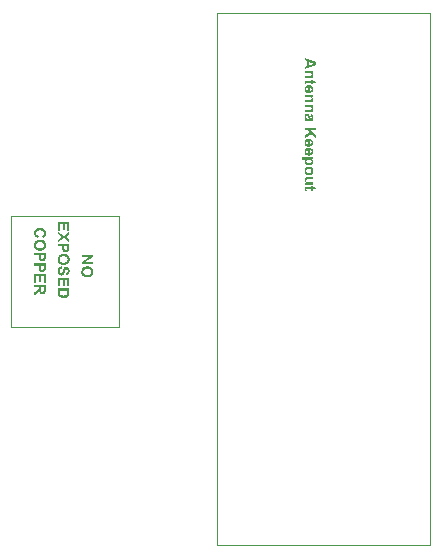
<source format=gm1>
G04 Layer_Color=16711935*
%FSLAX24Y24*%
%MOIN*%
G70*
G01*
G75*
%ADD81C,0.0010*%
G36*
X7812Y691D02*
X7555Y534D01*
X7812D01*
Y462D01*
X7428D01*
Y540D01*
X7679Y694D01*
X7428D01*
Y766D01*
X7812D01*
Y691D01*
D02*
G37*
G36*
X7627Y395D02*
X7632Y395D01*
X7638Y395D01*
X7644Y394D01*
X7651Y393D01*
X7659Y392D01*
X7667Y391D01*
X7683Y388D01*
X7692Y386D01*
X7700Y384D01*
X7708Y381D01*
X7715Y378D01*
X7716Y378D01*
X7716Y377D01*
X7718Y377D01*
X7720Y376D01*
X7723Y374D01*
X7726Y373D01*
X7729Y371D01*
X7733Y369D01*
X7741Y364D01*
X7750Y357D01*
X7759Y351D01*
X7768Y342D01*
X7768Y342D01*
X7769Y342D01*
X7770Y340D01*
X7772Y338D01*
X7774Y336D01*
X7776Y334D01*
X7779Y331D01*
X7781Y328D01*
X7784Y324D01*
X7787Y320D01*
X7793Y312D01*
X7798Y303D01*
X7803Y293D01*
X7803Y293D01*
X7803Y291D01*
X7804Y289D01*
X7805Y287D01*
X7806Y283D01*
X7808Y279D01*
X7809Y274D01*
X7810Y269D01*
X7812Y263D01*
X7813Y257D01*
X7814Y250D01*
X7815Y243D01*
X7817Y235D01*
X7817Y227D01*
X7818Y219D01*
X7818Y210D01*
Y210D01*
Y209D01*
Y208D01*
Y206D01*
X7818Y205D01*
Y202D01*
X7817Y199D01*
X7817Y196D01*
X7817Y193D01*
X7816Y189D01*
X7815Y181D01*
X7814Y171D01*
X7811Y161D01*
X7809Y151D01*
X7805Y140D01*
X7801Y128D01*
X7796Y117D01*
X7789Y106D01*
X7783Y95D01*
X7775Y84D01*
X7765Y74D01*
X7765Y74D01*
X7763Y72D01*
X7760Y70D01*
X7755Y66D01*
X7750Y63D01*
X7744Y58D01*
X7736Y54D01*
X7727Y49D01*
X7717Y44D01*
X7706Y39D01*
X7694Y35D01*
X7681Y31D01*
X7667Y28D01*
X7652Y25D01*
X7636Y24D01*
X7619Y23D01*
X7615D01*
X7613Y24D01*
X7610D01*
X7607Y24D01*
X7604D01*
X7600Y25D01*
X7596Y25D01*
X7587Y26D01*
X7577Y28D01*
X7566Y30D01*
X7554Y32D01*
X7542Y36D01*
X7531Y40D01*
X7518Y44D01*
X7506Y50D01*
X7495Y57D01*
X7484Y65D01*
X7473Y74D01*
X7473Y74D01*
X7471Y76D01*
X7469Y79D01*
X7465Y83D01*
X7461Y88D01*
X7457Y94D01*
X7452Y102D01*
X7447Y110D01*
X7442Y119D01*
X7438Y129D01*
X7433Y140D01*
X7429Y152D01*
X7426Y165D01*
X7423Y179D01*
X7422Y193D01*
X7421Y209D01*
Y209D01*
Y210D01*
Y211D01*
Y213D01*
X7421Y215D01*
Y217D01*
X7422Y220D01*
X7422Y223D01*
X7422Y227D01*
X7423Y230D01*
X7424Y239D01*
X7425Y248D01*
X7428Y258D01*
X7430Y269D01*
X7434Y280D01*
X7438Y291D01*
X7443Y303D01*
X7449Y314D01*
X7456Y325D01*
X7464Y335D01*
X7473Y345D01*
X7474Y346D01*
X7476Y347D01*
X7478Y350D01*
X7483Y353D01*
X7488Y357D01*
X7494Y361D01*
X7502Y366D01*
X7511Y370D01*
X7520Y375D01*
X7531Y380D01*
X7543Y384D01*
X7556Y388D01*
X7570Y391D01*
X7584Y393D01*
X7600Y395D01*
X7617Y395D01*
X7623D01*
X7627Y395D01*
D02*
G37*
G36*
X15012Y4642D02*
X15017Y4642D01*
X15023Y4641D01*
X15029Y4641D01*
X15037Y4639D01*
X15045Y4638D01*
X15054Y4636D01*
X15062Y4634D01*
X15071Y4631D01*
X15080Y4627D01*
X15089Y4623D01*
X15098Y4618D01*
X15106Y4613D01*
X15114Y4607D01*
X15114Y4606D01*
X15115Y4605D01*
X15117Y4603D01*
X15120Y4600D01*
X15123Y4597D01*
X15126Y4592D01*
X15130Y4587D01*
X15133Y4582D01*
X15137Y4575D01*
X15141Y4568D01*
X15144Y4561D01*
X15147Y4553D01*
X15149Y4544D01*
X15151Y4535D01*
X15153Y4525D01*
X15153Y4515D01*
Y4515D01*
Y4515D01*
Y4514D01*
Y4512D01*
X15153Y4509D01*
X15152Y4505D01*
X15152Y4500D01*
X15151Y4494D01*
X15150Y4487D01*
X15148Y4480D01*
X15146Y4472D01*
X15143Y4464D01*
X15140Y4456D01*
X15136Y4448D01*
X15131Y4440D01*
X15126Y4432D01*
X15119Y4424D01*
X15112Y4417D01*
X15111Y4417D01*
X15110Y4416D01*
X15108Y4414D01*
X15104Y4412D01*
X15100Y4409D01*
X15094Y4406D01*
X15088Y4403D01*
X15081Y4399D01*
X15073Y4396D01*
X15063Y4393D01*
X15053Y4390D01*
X15042Y4388D01*
X15029Y4385D01*
X15016Y4384D01*
X15002Y4383D01*
X14986D01*
Y4567D01*
X14985D01*
X14983Y4567D01*
X14981D01*
X14978Y4566D01*
X14975Y4566D01*
X14971Y4565D01*
X14968Y4564D01*
X14959Y4562D01*
X14951Y4559D01*
X14947Y4557D01*
X14943Y4555D01*
X14939Y4552D01*
X14935Y4549D01*
X14935Y4549D01*
X14935Y4549D01*
X14934Y4548D01*
X14932Y4546D01*
X14931Y4545D01*
X14930Y4543D01*
X14928Y4540D01*
X14926Y4538D01*
X14923Y4532D01*
X14920Y4524D01*
X14919Y4520D01*
X14918Y4516D01*
X14917Y4512D01*
X14917Y4507D01*
Y4507D01*
Y4506D01*
Y4505D01*
X14917Y4504D01*
X14918Y4501D01*
X14918Y4497D01*
X14919Y4492D01*
X14921Y4488D01*
X14923Y4483D01*
X14927Y4478D01*
X14927Y4478D01*
X14928Y4476D01*
X14931Y4474D01*
X14934Y4471D01*
X14938Y4469D01*
X14943Y4466D01*
X14950Y4463D01*
X14957Y4460D01*
X14945Y4387D01*
X14945Y4387D01*
X14943Y4388D01*
X14941Y4388D01*
X14938Y4390D01*
X14935Y4391D01*
X14931Y4393D01*
X14927Y4395D01*
X14922Y4398D01*
X14917Y4401D01*
X14912Y4404D01*
X14907Y4408D01*
X14902Y4412D01*
X14897Y4416D01*
X14892Y4421D01*
X14887Y4426D01*
X14883Y4432D01*
X14883Y4432D01*
X14882Y4433D01*
X14881Y4435D01*
X14880Y4437D01*
X14878Y4440D01*
X14877Y4444D01*
X14875Y4448D01*
X14873Y4453D01*
X14871Y4458D01*
X14869Y4464D01*
X14867Y4470D01*
X14866Y4477D01*
X14864Y4484D01*
X14863Y4491D01*
X14863Y4500D01*
X14862Y4508D01*
Y4508D01*
Y4509D01*
Y4510D01*
Y4511D01*
X14863Y4513D01*
Y4515D01*
X14863Y4520D01*
X14864Y4526D01*
X14865Y4533D01*
X14866Y4540D01*
X14868Y4549D01*
X14871Y4557D01*
X14874Y4566D01*
X14878Y4575D01*
X14882Y4584D01*
X14888Y4592D01*
X14894Y4600D01*
X14901Y4608D01*
X14909Y4615D01*
X14910Y4615D01*
X14911Y4616D01*
X14913Y4618D01*
X14916Y4619D01*
X14920Y4621D01*
X14924Y4624D01*
X14930Y4626D01*
X14936Y4629D01*
X14942Y4631D01*
X14950Y4634D01*
X14957Y4636D01*
X14966Y4638D01*
X14975Y4640D01*
X14985Y4641D01*
X14995Y4642D01*
X15005Y4642D01*
X15010D01*
X15012Y4642D01*
D02*
G37*
G36*
X7024Y-479D02*
Y-479D01*
Y-481D01*
Y-483D01*
Y-486D01*
X7024Y-491D01*
Y-495D01*
X7024Y-500D01*
X7023Y-506D01*
X7022Y-518D01*
X7021Y-530D01*
X7020Y-536D01*
X7019Y-541D01*
X7018Y-547D01*
X7017Y-552D01*
Y-552D01*
X7016Y-553D01*
X7016Y-555D01*
X7015Y-557D01*
X7014Y-560D01*
X7012Y-564D01*
X7010Y-568D01*
X7009Y-572D01*
X7006Y-576D01*
X7004Y-581D01*
X7001Y-586D01*
X6997Y-590D01*
X6994Y-595D01*
X6990Y-600D01*
X6986Y-605D01*
X6981Y-610D01*
X6981Y-610D01*
X6980Y-611D01*
X6979Y-612D01*
X6977Y-614D01*
X6974Y-616D01*
X6971Y-618D01*
X6968Y-621D01*
X6964Y-623D01*
X6960Y-626D01*
X6955Y-629D01*
X6950Y-632D01*
X6944Y-635D01*
X6938Y-638D01*
X6932Y-641D01*
X6919Y-646D01*
X6919D01*
X6918Y-647D01*
X6915Y-647D01*
X6913Y-648D01*
X6909Y-649D01*
X6905Y-650D01*
X6900Y-652D01*
X6894Y-653D01*
X6888Y-654D01*
X6881Y-655D01*
X6873Y-656D01*
X6865Y-657D01*
X6857Y-658D01*
X6848Y-658D01*
X6838Y-659D01*
X6824D01*
X6820Y-659D01*
X6816D01*
X6811Y-658D01*
X6806Y-658D01*
X6800Y-657D01*
X6794Y-657D01*
X6787Y-656D01*
X6774Y-654D01*
X6760Y-651D01*
X6747Y-647D01*
X6746Y-647D01*
X6745Y-647D01*
X6742Y-646D01*
X6740Y-645D01*
X6736Y-643D01*
X6732Y-641D01*
X6728Y-639D01*
X6723Y-637D01*
X6717Y-634D01*
X6712Y-631D01*
X6700Y-624D01*
X6689Y-615D01*
X6684Y-611D01*
X6679Y-606D01*
X6679Y-606D01*
X6678Y-605D01*
X6677Y-604D01*
X6676Y-602D01*
X6674Y-600D01*
X6672Y-598D01*
X6670Y-595D01*
X6668Y-592D01*
X6665Y-588D01*
X6663Y-584D01*
X6660Y-579D01*
X6658Y-574D01*
X6655Y-569D01*
X6653Y-564D01*
X6650Y-558D01*
X6648Y-552D01*
Y-551D01*
X6648Y-550D01*
X6648Y-549D01*
X6647Y-547D01*
X6646Y-545D01*
X6646Y-541D01*
X6645Y-538D01*
X6644Y-533D01*
X6644Y-529D01*
X6643Y-524D01*
X6642Y-518D01*
X6641Y-512D01*
X6641Y-505D01*
X6640Y-498D01*
X6640Y-491D01*
Y-483D01*
Y-337D01*
X7024D01*
Y-479D01*
D02*
G37*
G36*
X6772Y322D02*
X6772D01*
X6771Y322D01*
X6768Y322D01*
X6766Y321D01*
X6763Y320D01*
X6759Y319D01*
X6755Y318D01*
X6751Y316D01*
X6742Y313D01*
X6733Y308D01*
X6728Y305D01*
X6724Y302D01*
X6720Y299D01*
X6716Y295D01*
X6716Y294D01*
X6716Y294D01*
X6715Y293D01*
X6713Y291D01*
X6712Y289D01*
X6711Y286D01*
X6709Y283D01*
X6708Y280D01*
X6706Y276D01*
X6704Y272D01*
X6703Y267D01*
X6701Y262D01*
X6700Y257D01*
X6699Y251D01*
X6699Y245D01*
X6698Y239D01*
Y238D01*
Y237D01*
Y235D01*
X6699Y232D01*
X6699Y229D01*
X6699Y226D01*
X6700Y222D01*
X6700Y217D01*
X6702Y208D01*
X6705Y199D01*
X6707Y194D01*
X6709Y190D01*
X6711Y186D01*
X6714Y182D01*
X6714Y182D01*
X6715Y181D01*
X6716Y180D01*
X6717Y179D01*
X6720Y176D01*
X6725Y172D01*
X6730Y169D01*
X6737Y166D01*
X6740Y165D01*
X6743Y164D01*
X6747Y163D01*
X6751Y163D01*
X6753D01*
X6756Y163D01*
X6759Y164D01*
X6763Y165D01*
X6767Y166D01*
X6771Y168D01*
X6774Y171D01*
X6775Y171D01*
X6776Y172D01*
X6778Y175D01*
X6780Y177D01*
X6783Y181D01*
X6786Y186D01*
X6788Y192D01*
X6791Y199D01*
X6791Y200D01*
X6792Y201D01*
X6792Y202D01*
X6793Y204D01*
X6793Y206D01*
X6794Y209D01*
X6795Y212D01*
X6796Y216D01*
X6797Y220D01*
X6799Y225D01*
X6800Y231D01*
X6802Y237D01*
X6804Y245D01*
X6806Y252D01*
X6808Y261D01*
Y261D01*
X6808Y262D01*
Y263D01*
X6808Y264D01*
X6809Y267D01*
X6811Y271D01*
X6812Y276D01*
X6814Y282D01*
X6816Y289D01*
X6818Y295D01*
X6824Y310D01*
X6830Y324D01*
X6834Y331D01*
X6838Y338D01*
X6842Y343D01*
X6846Y349D01*
X6846Y349D01*
X6847Y350D01*
X6849Y352D01*
X6851Y354D01*
X6855Y357D01*
X6858Y360D01*
X6863Y363D01*
X6867Y366D01*
X6873Y370D01*
X6879Y373D01*
X6885Y376D01*
X6892Y378D01*
X6899Y381D01*
X6907Y382D01*
X6915Y384D01*
X6923Y384D01*
X6926D01*
X6928Y384D01*
X6931Y383D01*
X6934Y383D01*
X6937Y383D01*
X6941Y382D01*
X6949Y380D01*
X6959Y377D01*
X6963Y375D01*
X6968Y373D01*
X6973Y370D01*
X6978Y367D01*
X6978Y367D01*
X6979Y367D01*
X6981Y366D01*
X6982Y364D01*
X6984Y363D01*
X6987Y361D01*
X6990Y358D01*
X6992Y355D01*
X6996Y352D01*
X6999Y348D01*
X7002Y345D01*
X7005Y340D01*
X7009Y336D01*
X7011Y331D01*
X7015Y325D01*
X7017Y320D01*
X7017Y319D01*
X7018Y318D01*
X7018Y317D01*
X7019Y314D01*
X7020Y311D01*
X7021Y308D01*
X7023Y303D01*
X7024Y299D01*
X7025Y293D01*
X7026Y287D01*
X7027Y281D01*
X7028Y275D01*
X7029Y267D01*
X7030Y260D01*
X7030Y252D01*
Y244D01*
Y244D01*
Y243D01*
Y242D01*
Y241D01*
Y239D01*
X7030Y237D01*
X7030Y232D01*
X7030Y226D01*
X7029Y219D01*
X7028Y211D01*
X7026Y203D01*
X7025Y195D01*
X7023Y186D01*
X7020Y177D01*
X7017Y167D01*
X7013Y159D01*
X7009Y150D01*
X7004Y142D01*
X6999Y135D01*
X6998Y135D01*
X6997Y133D01*
X6996Y132D01*
X6993Y129D01*
X6990Y126D01*
X6986Y123D01*
X6981Y120D01*
X6976Y116D01*
X6970Y113D01*
X6964Y109D01*
X6957Y106D01*
X6950Y103D01*
X6942Y101D01*
X6933Y99D01*
X6924Y97D01*
X6914Y96D01*
X6911Y174D01*
X6911D01*
X6912Y174D01*
X6913Y174D01*
X6915Y175D01*
X6918Y175D01*
X6921Y176D01*
X6927Y178D01*
X6934Y181D01*
X6941Y185D01*
X6947Y190D01*
X6951Y192D01*
X6953Y195D01*
X6953Y196D01*
X6954Y196D01*
X6954Y197D01*
X6955Y198D01*
X6956Y200D01*
X6957Y202D01*
X6958Y205D01*
X6960Y208D01*
X6961Y211D01*
X6962Y215D01*
X6963Y219D01*
X6964Y223D01*
X6965Y228D01*
X6966Y233D01*
X6966Y239D01*
Y245D01*
Y245D01*
Y246D01*
Y248D01*
X6966Y250D01*
Y253D01*
X6966Y256D01*
X6965Y260D01*
X6964Y264D01*
X6963Y272D01*
X6960Y281D01*
X6957Y290D01*
X6955Y294D01*
X6952Y298D01*
X6952Y298D01*
X6951Y299D01*
X6948Y301D01*
X6946Y304D01*
X6942Y306D01*
X6938Y308D01*
X6934Y309D01*
X6928Y310D01*
X6928D01*
X6926Y309D01*
X6923Y309D01*
X6920Y308D01*
X6917Y307D01*
X6913Y305D01*
X6909Y302D01*
X6905Y299D01*
Y298D01*
X6904Y298D01*
X6904Y297D01*
X6903Y295D01*
X6902Y293D01*
X6900Y291D01*
X6899Y288D01*
X6897Y284D01*
X6895Y279D01*
X6893Y275D01*
X6891Y269D01*
X6889Y262D01*
X6887Y255D01*
X6884Y246D01*
X6882Y237D01*
X6879Y227D01*
Y227D01*
Y226D01*
X6879Y225D01*
X6878Y222D01*
X6877Y218D01*
X6876Y213D01*
X6874Y208D01*
X6873Y202D01*
X6871Y196D01*
X6869Y189D01*
X6867Y182D01*
X6862Y168D01*
X6859Y161D01*
X6857Y155D01*
X6855Y149D01*
X6852Y143D01*
X6851Y143D01*
X6851Y142D01*
X6850Y141D01*
X6849Y139D01*
X6848Y137D01*
X6846Y134D01*
X6841Y128D01*
X6836Y121D01*
X6829Y114D01*
X6821Y107D01*
X6813Y101D01*
X6812Y101D01*
X6811Y100D01*
X6810Y99D01*
X6808Y99D01*
X6806Y97D01*
X6803Y96D01*
X6800Y95D01*
X6796Y93D01*
X6791Y92D01*
X6787Y90D01*
X6782Y89D01*
X6776Y88D01*
X6771Y87D01*
X6765Y86D01*
X6758Y86D01*
X6752Y85D01*
X6748D01*
X6746Y86D01*
X6743Y86D01*
X6740Y86D01*
X6736Y87D01*
X6731Y88D01*
X6727Y89D01*
X6722Y90D01*
X6717Y91D01*
X6711Y93D01*
X6706Y95D01*
X6700Y98D01*
X6695Y101D01*
X6689Y104D01*
X6689Y104D01*
X6688Y105D01*
X6687Y106D01*
X6685Y107D01*
X6682Y109D01*
X6680Y111D01*
X6677Y114D01*
X6673Y117D01*
X6670Y121D01*
X6666Y125D01*
X6663Y129D01*
X6659Y133D01*
X6656Y138D01*
X6653Y144D01*
X6650Y150D01*
X6647Y156D01*
Y156D01*
X6646Y158D01*
X6645Y159D01*
X6645Y162D01*
X6644Y165D01*
X6642Y169D01*
X6641Y174D01*
X6640Y179D01*
X6639Y185D01*
X6637Y191D01*
X6636Y198D01*
X6635Y205D01*
X6634Y213D01*
X6634Y221D01*
X6633Y230D01*
X6633Y239D01*
Y240D01*
Y240D01*
Y241D01*
Y242D01*
Y244D01*
X6633Y246D01*
X6634Y251D01*
X6634Y257D01*
X6635Y265D01*
X6636Y272D01*
X6637Y281D01*
X6639Y289D01*
X6641Y299D01*
X6644Y308D01*
X6647Y317D01*
X6651Y326D01*
X6655Y335D01*
X6660Y343D01*
X6666Y351D01*
X6667Y352D01*
X6668Y353D01*
X6670Y355D01*
X6673Y357D01*
X6676Y361D01*
X6680Y364D01*
X6685Y368D01*
X6691Y372D01*
X6698Y376D01*
X6705Y380D01*
X6713Y384D01*
X6722Y387D01*
X6732Y391D01*
X6742Y394D01*
X6753Y396D01*
X6765Y398D01*
X6772Y322D01*
D02*
G37*
G36*
X7024Y-264D02*
X6959D01*
Y-57D01*
X6874D01*
Y-250D01*
X6809D01*
Y-57D01*
X6705D01*
Y-272D01*
X6640D01*
Y20D01*
X7024D01*
Y-264D01*
D02*
G37*
G36*
X15012Y4344D02*
X15017Y4344D01*
X15023Y4343D01*
X15029Y4342D01*
X15037Y4341D01*
X15045Y4340D01*
X15054Y4338D01*
X15062Y4335D01*
X15071Y4333D01*
X15080Y4329D01*
X15089Y4325D01*
X15098Y4320D01*
X15106Y4315D01*
X15114Y4308D01*
X15114Y4308D01*
X15115Y4307D01*
X15117Y4305D01*
X15120Y4302D01*
X15123Y4298D01*
X15126Y4294D01*
X15130Y4289D01*
X15133Y4283D01*
X15137Y4277D01*
X15141Y4270D01*
X15144Y4262D01*
X15147Y4254D01*
X15149Y4246D01*
X15151Y4237D01*
X15153Y4227D01*
X15153Y4217D01*
Y4217D01*
Y4216D01*
Y4215D01*
Y4214D01*
X15153Y4211D01*
X15152Y4207D01*
X15152Y4201D01*
X15151Y4195D01*
X15150Y4189D01*
X15148Y4181D01*
X15146Y4174D01*
X15143Y4166D01*
X15140Y4158D01*
X15136Y4150D01*
X15131Y4141D01*
X15126Y4133D01*
X15119Y4126D01*
X15112Y4119D01*
X15111Y4119D01*
X15110Y4117D01*
X15108Y4115D01*
X15104Y4113D01*
X15100Y4110D01*
X15094Y4108D01*
X15088Y4105D01*
X15081Y4101D01*
X15073Y4098D01*
X15063Y4095D01*
X15053Y4092D01*
X15042Y4089D01*
X15029Y4087D01*
X15016Y4086D01*
X15002Y4085D01*
X14986D01*
Y4269D01*
X14985D01*
X14983Y4268D01*
X14981D01*
X14978Y4268D01*
X14975Y4267D01*
X14971Y4267D01*
X14968Y4266D01*
X14959Y4264D01*
X14951Y4261D01*
X14947Y4259D01*
X14943Y4257D01*
X14939Y4254D01*
X14935Y4251D01*
X14935Y4251D01*
X14935Y4250D01*
X14934Y4249D01*
X14932Y4248D01*
X14931Y4247D01*
X14930Y4244D01*
X14928Y4242D01*
X14926Y4239D01*
X14923Y4233D01*
X14920Y4226D01*
X14919Y4222D01*
X14918Y4218D01*
X14917Y4213D01*
X14917Y4209D01*
Y4208D01*
Y4208D01*
Y4207D01*
X14917Y4206D01*
X14918Y4203D01*
X14918Y4199D01*
X14919Y4194D01*
X14921Y4189D01*
X14923Y4185D01*
X14927Y4180D01*
X14927Y4179D01*
X14928Y4178D01*
X14931Y4176D01*
X14934Y4173D01*
X14938Y4170D01*
X14943Y4167D01*
X14950Y4164D01*
X14957Y4162D01*
X14945Y4089D01*
X14945Y4089D01*
X14943Y4089D01*
X14941Y4090D01*
X14938Y4091D01*
X14935Y4093D01*
X14931Y4095D01*
X14927Y4097D01*
X14922Y4100D01*
X14917Y4103D01*
X14912Y4106D01*
X14907Y4110D01*
X14902Y4114D01*
X14897Y4118D01*
X14892Y4123D01*
X14887Y4128D01*
X14883Y4134D01*
X14883Y4134D01*
X14882Y4135D01*
X14881Y4137D01*
X14880Y4139D01*
X14878Y4142D01*
X14877Y4145D01*
X14875Y4150D01*
X14873Y4154D01*
X14871Y4160D01*
X14869Y4165D01*
X14867Y4172D01*
X14866Y4179D01*
X14864Y4186D01*
X14863Y4193D01*
X14863Y4201D01*
X14862Y4210D01*
Y4210D01*
Y4211D01*
Y4212D01*
Y4213D01*
X14863Y4215D01*
Y4217D01*
X14863Y4222D01*
X14864Y4227D01*
X14865Y4234D01*
X14866Y4242D01*
X14868Y4250D01*
X14871Y4259D01*
X14874Y4268D01*
X14878Y4276D01*
X14882Y4286D01*
X14888Y4294D01*
X14894Y4302D01*
X14901Y4310D01*
X14909Y4317D01*
X14910Y4317D01*
X14911Y4318D01*
X14913Y4319D01*
X14916Y4321D01*
X14920Y4323D01*
X14924Y4325D01*
X14930Y4328D01*
X14936Y4330D01*
X14942Y4333D01*
X14950Y4335D01*
X14957Y4338D01*
X14966Y4340D01*
X14975Y4342D01*
X14985Y4343D01*
X14995Y4344D01*
X15005Y4344D01*
X15010D01*
X15012Y4344D01*
D02*
G37*
G36*
X15253Y7192D02*
Y7109D01*
X14869Y6956D01*
Y7040D01*
X14956Y7073D01*
Y7227D01*
X14869Y7259D01*
Y7341D01*
X15253Y7192D01*
D02*
G37*
G36*
X15147Y5716D02*
X15106D01*
X15107Y5715D01*
X15108Y5714D01*
X15110Y5712D01*
X15113Y5709D01*
X15117Y5706D01*
X15121Y5701D01*
X15125Y5696D01*
X15130Y5691D01*
X15134Y5684D01*
X15138Y5677D01*
X15142Y5670D01*
X15146Y5662D01*
X15149Y5653D01*
X15151Y5644D01*
X15152Y5634D01*
X15153Y5624D01*
Y5624D01*
Y5623D01*
Y5622D01*
Y5620D01*
X15153Y5618D01*
Y5615D01*
X15152Y5612D01*
X15152Y5609D01*
X15151Y5602D01*
X15149Y5595D01*
X15147Y5587D01*
X15144Y5580D01*
Y5579D01*
X15144Y5579D01*
X15143Y5578D01*
X15142Y5576D01*
X15141Y5573D01*
X15138Y5568D01*
X15135Y5563D01*
X15131Y5558D01*
X15127Y5554D01*
X15122Y5549D01*
X15121Y5549D01*
X15119Y5548D01*
X15116Y5546D01*
X15113Y5544D01*
X15108Y5541D01*
X15103Y5539D01*
X15097Y5537D01*
X15091Y5535D01*
X15090D01*
X15090Y5534D01*
X15089D01*
X15088Y5534D01*
X15086Y5534D01*
X15083Y5534D01*
X15081Y5533D01*
X15078Y5533D01*
X15075Y5532D01*
X15071Y5532D01*
X15067Y5531D01*
X15063Y5531D01*
X15058Y5531D01*
X15053D01*
X15047Y5530D01*
X14869D01*
Y5604D01*
X15021D01*
X15025Y5604D01*
X15030D01*
X15035Y5605D01*
X15044Y5605D01*
X15054Y5606D01*
X15059Y5607D01*
X15063Y5607D01*
X15066Y5608D01*
X15069Y5609D01*
X15069Y5609D01*
X15071Y5610D01*
X15073Y5611D01*
X15076Y5613D01*
X15080Y5615D01*
X15083Y5617D01*
X15086Y5621D01*
X15089Y5624D01*
X15090Y5625D01*
X15091Y5626D01*
X15092Y5628D01*
X15093Y5631D01*
X15094Y5635D01*
X15096Y5640D01*
X15097Y5645D01*
X15097Y5650D01*
Y5650D01*
Y5651D01*
Y5652D01*
Y5653D01*
X15097Y5655D01*
X15096Y5657D01*
X15096Y5661D01*
X15094Y5667D01*
X15093Y5672D01*
X15090Y5678D01*
X15086Y5684D01*
Y5685D01*
X15086Y5685D01*
X15084Y5687D01*
X15082Y5689D01*
X15079Y5692D01*
X15075Y5696D01*
X15070Y5699D01*
X15064Y5702D01*
X15058Y5705D01*
X15058D01*
X15057Y5705D01*
X15056Y5705D01*
X15055Y5706D01*
X15053Y5706D01*
X15050Y5707D01*
X15047Y5707D01*
X15044Y5708D01*
X15040Y5708D01*
X15035Y5709D01*
X15030Y5709D01*
X15024Y5709D01*
X15018Y5710D01*
X15011Y5710D01*
X15003Y5710D01*
X14869D01*
Y5784D01*
X15147D01*
Y5716D01*
D02*
G37*
G36*
X15253Y4929D02*
X15082D01*
X15253Y4773D01*
Y4669D01*
X15103Y4813D01*
X14869Y4661D01*
Y4761D01*
X15049Y4867D01*
X14984Y4929D01*
X14869D01*
Y5007D01*
X15253D01*
Y4929D01*
D02*
G37*
G36*
X14948Y5475D02*
X14950D01*
X14953Y5475D01*
X14958Y5474D01*
X14965Y5472D01*
X14972Y5471D01*
X14979Y5468D01*
X14986Y5464D01*
X14987D01*
X14987Y5463D01*
X14988Y5463D01*
X14990Y5462D01*
X14993Y5459D01*
X14997Y5456D01*
X15001Y5451D01*
X15006Y5446D01*
X15010Y5440D01*
X15015Y5432D01*
Y5432D01*
X15015Y5432D01*
X15015Y5430D01*
X15016Y5429D01*
X15017Y5427D01*
X15018Y5424D01*
X15019Y5421D01*
X15020Y5417D01*
X15022Y5414D01*
X15023Y5409D01*
X15024Y5404D01*
X15026Y5399D01*
X15028Y5394D01*
X15029Y5388D01*
X15030Y5381D01*
X15032Y5374D01*
Y5373D01*
X15032Y5372D01*
X15033Y5369D01*
X15034Y5366D01*
X15034Y5362D01*
X15035Y5357D01*
X15037Y5351D01*
X15038Y5346D01*
X15041Y5334D01*
X15044Y5322D01*
X15045Y5316D01*
X15047Y5311D01*
X15049Y5306D01*
X15050Y5302D01*
X15061D01*
X15064Y5303D01*
X15069Y5304D01*
X15074Y5305D01*
X15079Y5307D01*
X15084Y5310D01*
X15088Y5313D01*
X15088Y5314D01*
X15089Y5315D01*
X15090Y5316D01*
X15091Y5318D01*
X15091Y5320D01*
X15092Y5322D01*
X15093Y5324D01*
X15094Y5327D01*
X15095Y5330D01*
X15095Y5334D01*
X15096Y5338D01*
X15097Y5343D01*
X15097Y5347D01*
Y5353D01*
Y5353D01*
Y5354D01*
Y5354D01*
Y5356D01*
X15097Y5359D01*
X15096Y5364D01*
X15095Y5369D01*
X15093Y5374D01*
X15092Y5379D01*
X15089Y5383D01*
X15089Y5384D01*
X15088Y5385D01*
X15086Y5387D01*
X15083Y5390D01*
X15079Y5393D01*
X15074Y5395D01*
X15069Y5398D01*
X15062Y5401D01*
X15074Y5468D01*
X15074D01*
X15076Y5467D01*
X15078Y5466D01*
X15081Y5466D01*
X15084Y5464D01*
X15088Y5463D01*
X15092Y5461D01*
X15097Y5459D01*
X15102Y5456D01*
X15106Y5453D01*
X15111Y5450D01*
X15116Y5446D01*
X15121Y5443D01*
X15126Y5439D01*
X15130Y5434D01*
X15134Y5429D01*
X15134Y5429D01*
X15135Y5428D01*
X15136Y5426D01*
X15137Y5424D01*
X15138Y5421D01*
X15140Y5417D01*
X15142Y5413D01*
X15143Y5408D01*
X15145Y5403D01*
X15147Y5397D01*
X15149Y5390D01*
X15150Y5383D01*
X15151Y5375D01*
X15152Y5366D01*
X15153Y5357D01*
X15153Y5347D01*
Y5347D01*
Y5345D01*
Y5343D01*
X15153Y5339D01*
Y5335D01*
X15152Y5330D01*
X15152Y5325D01*
X15151Y5319D01*
X15150Y5308D01*
X15148Y5295D01*
X15147Y5290D01*
X15145Y5284D01*
X15143Y5279D01*
X15141Y5274D01*
Y5274D01*
X15141Y5273D01*
X15140Y5272D01*
X15139Y5270D01*
X15138Y5268D01*
X15137Y5266D01*
X15133Y5261D01*
X15129Y5255D01*
X15124Y5249D01*
X15118Y5244D01*
X15115Y5242D01*
X15112Y5240D01*
X15111D01*
X15111Y5240D01*
X15110Y5239D01*
X15108Y5238D01*
X15106Y5238D01*
X15103Y5237D01*
X15100Y5236D01*
X15097Y5235D01*
X15093Y5234D01*
X15088Y5233D01*
X15082Y5232D01*
X15076Y5232D01*
X15070Y5231D01*
X15062Y5230D01*
X15054Y5230D01*
X15046D01*
X14960Y5231D01*
X14951D01*
X14947Y5231D01*
X14939D01*
X14931Y5230D01*
X14922Y5229D01*
X14913Y5229D01*
X14909Y5228D01*
X14906Y5227D01*
X14905D01*
X14905Y5227D01*
X14904D01*
X14903Y5227D01*
X14901Y5226D01*
X14899Y5226D01*
X14894Y5224D01*
X14889Y5223D01*
X14883Y5220D01*
X14876Y5217D01*
X14869Y5214D01*
Y5287D01*
X14869D01*
X14870Y5287D01*
X14872Y5288D01*
X14874Y5289D01*
X14877Y5290D01*
X14881Y5291D01*
X14885Y5292D01*
X14890Y5294D01*
X14890D01*
X14891Y5294D01*
X14892Y5295D01*
X14893Y5295D01*
X14897Y5296D01*
X14898Y5296D01*
X14899Y5297D01*
X14898Y5297D01*
X14898Y5298D01*
X14897Y5299D01*
X14896Y5300D01*
X14894Y5302D01*
X14893Y5304D01*
X14888Y5309D01*
X14884Y5315D01*
X14879Y5322D01*
X14875Y5329D01*
X14871Y5337D01*
Y5337D01*
X14871Y5338D01*
X14870Y5339D01*
X14870Y5341D01*
X14869Y5343D01*
X14869Y5345D01*
X14868Y5348D01*
X14867Y5351D01*
X14865Y5358D01*
X14864Y5365D01*
X14863Y5374D01*
X14862Y5383D01*
Y5383D01*
Y5385D01*
X14863Y5387D01*
Y5390D01*
X14863Y5393D01*
X14864Y5398D01*
X14864Y5402D01*
X14865Y5407D01*
X14866Y5413D01*
X14868Y5418D01*
X14870Y5424D01*
X14872Y5430D01*
X14875Y5435D01*
X14878Y5441D01*
X14881Y5446D01*
X14885Y5451D01*
X14886Y5451D01*
X14886Y5451D01*
X14888Y5453D01*
X14890Y5454D01*
X14892Y5456D01*
X14895Y5458D01*
X14898Y5461D01*
X14902Y5463D01*
X14906Y5465D01*
X14910Y5467D01*
X14915Y5470D01*
X14920Y5471D01*
X14926Y5473D01*
X14932Y5474D01*
X14938Y5475D01*
X14944Y5475D01*
X14947D01*
X14948Y5475D01*
D02*
G37*
G36*
X15147Y6043D02*
X15106D01*
X15107Y6043D01*
X15108Y6042D01*
X15110Y6040D01*
X15113Y6037D01*
X15117Y6033D01*
X15121Y6029D01*
X15125Y6024D01*
X15130Y6018D01*
X15134Y6012D01*
X15138Y6005D01*
X15142Y5997D01*
X15146Y5989D01*
X15149Y5981D01*
X15151Y5972D01*
X15152Y5962D01*
X15153Y5952D01*
Y5951D01*
Y5950D01*
Y5949D01*
Y5948D01*
X15153Y5945D01*
Y5943D01*
X15152Y5940D01*
X15152Y5937D01*
X15151Y5930D01*
X15149Y5923D01*
X15147Y5915D01*
X15144Y5907D01*
Y5907D01*
X15144Y5906D01*
X15143Y5905D01*
X15142Y5904D01*
X15141Y5900D01*
X15138Y5896D01*
X15135Y5891D01*
X15131Y5886D01*
X15127Y5881D01*
X15122Y5877D01*
X15121Y5876D01*
X15119Y5875D01*
X15116Y5873D01*
X15113Y5871D01*
X15108Y5869D01*
X15103Y5866D01*
X15097Y5864D01*
X15091Y5862D01*
X15090D01*
X15090Y5862D01*
X15089D01*
X15088Y5862D01*
X15086Y5861D01*
X15083Y5861D01*
X15081Y5861D01*
X15078Y5860D01*
X15075Y5860D01*
X15071Y5859D01*
X15067Y5859D01*
X15063Y5859D01*
X15058Y5858D01*
X15053D01*
X15047Y5858D01*
X14869D01*
Y5932D01*
X15021D01*
X15025Y5932D01*
X15030D01*
X15035Y5932D01*
X15044Y5933D01*
X15054Y5934D01*
X15059Y5934D01*
X15063Y5935D01*
X15066Y5936D01*
X15069Y5937D01*
X15069Y5937D01*
X15071Y5938D01*
X15073Y5939D01*
X15076Y5940D01*
X15080Y5943D01*
X15083Y5945D01*
X15086Y5948D01*
X15089Y5952D01*
X15090Y5953D01*
X15091Y5954D01*
X15092Y5956D01*
X15093Y5959D01*
X15094Y5963D01*
X15096Y5967D01*
X15097Y5972D01*
X15097Y5978D01*
Y5978D01*
Y5978D01*
Y5979D01*
Y5981D01*
X15097Y5982D01*
X15096Y5984D01*
X15096Y5989D01*
X15094Y5994D01*
X15093Y6000D01*
X15090Y6006D01*
X15086Y6012D01*
Y6012D01*
X15086Y6012D01*
X15084Y6014D01*
X15082Y6017D01*
X15079Y6020D01*
X15075Y6023D01*
X15070Y6027D01*
X15064Y6030D01*
X15058Y6032D01*
X15058D01*
X15057Y6033D01*
X15056Y6033D01*
X15055Y6033D01*
X15053Y6034D01*
X15050Y6034D01*
X15047Y6035D01*
X15044Y6035D01*
X15040Y6036D01*
X15035Y6036D01*
X15030Y6037D01*
X15024Y6037D01*
X15018Y6037D01*
X15011Y6038D01*
X15003Y6038D01*
X14869D01*
Y6112D01*
X15147D01*
Y6043D01*
D02*
G37*
G36*
Y6848D02*
X15106D01*
X15107Y6847D01*
X15108Y6846D01*
X15110Y6844D01*
X15113Y6841D01*
X15117Y6838D01*
X15121Y6833D01*
X15125Y6828D01*
X15130Y6823D01*
X15134Y6816D01*
X15138Y6809D01*
X15142Y6802D01*
X15146Y6794D01*
X15149Y6785D01*
X15151Y6776D01*
X15152Y6766D01*
X15153Y6756D01*
Y6756D01*
Y6755D01*
Y6753D01*
Y6752D01*
X15153Y6750D01*
Y6747D01*
X15152Y6744D01*
X15152Y6741D01*
X15151Y6734D01*
X15149Y6727D01*
X15147Y6719D01*
X15144Y6712D01*
Y6711D01*
X15144Y6711D01*
X15143Y6710D01*
X15142Y6708D01*
X15141Y6705D01*
X15138Y6700D01*
X15135Y6695D01*
X15131Y6690D01*
X15127Y6685D01*
X15122Y6681D01*
X15121Y6681D01*
X15119Y6680D01*
X15116Y6678D01*
X15113Y6675D01*
X15108Y6673D01*
X15103Y6671D01*
X15097Y6669D01*
X15091Y6667D01*
X15090D01*
X15090Y6666D01*
X15089D01*
X15088Y6666D01*
X15086Y6666D01*
X15083Y6665D01*
X15081Y6665D01*
X15078Y6665D01*
X15075Y6664D01*
X15071Y6664D01*
X15067Y6663D01*
X15063Y6663D01*
X15058Y6663D01*
X15053D01*
X15047Y6662D01*
X14869D01*
Y6736D01*
X15021D01*
X15025Y6736D01*
X15030D01*
X15035Y6737D01*
X15044Y6737D01*
X15054Y6738D01*
X15059Y6739D01*
X15063Y6739D01*
X15066Y6740D01*
X15069Y6741D01*
X15069Y6741D01*
X15071Y6742D01*
X15073Y6743D01*
X15076Y6745D01*
X15080Y6747D01*
X15083Y6749D01*
X15086Y6753D01*
X15089Y6756D01*
X15090Y6757D01*
X15091Y6758D01*
X15092Y6760D01*
X15093Y6763D01*
X15094Y6767D01*
X15096Y6772D01*
X15097Y6777D01*
X15097Y6782D01*
Y6782D01*
Y6783D01*
Y6784D01*
Y6785D01*
X15097Y6787D01*
X15096Y6789D01*
X15096Y6793D01*
X15094Y6799D01*
X15093Y6804D01*
X15090Y6810D01*
X15086Y6816D01*
Y6816D01*
X15086Y6817D01*
X15084Y6819D01*
X15082Y6821D01*
X15079Y6824D01*
X15075Y6828D01*
X15070Y6831D01*
X15064Y6834D01*
X15058Y6837D01*
X15058D01*
X15057Y6837D01*
X15056Y6837D01*
X15055Y6838D01*
X15053Y6838D01*
X15050Y6839D01*
X15047Y6839D01*
X15044Y6840D01*
X15040Y6840D01*
X15035Y6841D01*
X15030Y6841D01*
X15024Y6841D01*
X15018Y6842D01*
X15011Y6842D01*
X15003Y6842D01*
X14869D01*
Y6916D01*
X15147D01*
Y6848D01*
D02*
G37*
G36*
Y6584D02*
X15202D01*
X15245Y6511D01*
X15147D01*
Y6460D01*
X15088D01*
Y6511D01*
X14965D01*
X14958Y6510D01*
X14951D01*
X14945Y6510D01*
X14942D01*
X14940Y6510D01*
X14937D01*
X14936Y6509D01*
X14936D01*
X14935Y6509D01*
X14934Y6509D01*
X14933Y6508D01*
X14930Y6506D01*
X14928Y6504D01*
X14927Y6503D01*
Y6503D01*
X14926Y6502D01*
X14926Y6501D01*
X14925Y6499D01*
X14925Y6498D01*
X14924Y6495D01*
X14924Y6493D01*
X14923Y6490D01*
Y6490D01*
Y6489D01*
X14924Y6486D01*
X14924Y6483D01*
X14925Y6479D01*
X14926Y6474D01*
X14928Y6468D01*
X14930Y6461D01*
X14873Y6455D01*
Y6455D01*
X14873Y6456D01*
X14872Y6457D01*
X14872Y6459D01*
X14871Y6461D01*
X14870Y6465D01*
X14869Y6468D01*
X14868Y6471D01*
X14867Y6476D01*
X14866Y6480D01*
X14865Y6485D01*
X14864Y6490D01*
X14863Y6501D01*
X14862Y6513D01*
Y6513D01*
Y6514D01*
Y6514D01*
Y6516D01*
X14863Y6518D01*
Y6520D01*
X14863Y6524D01*
X14864Y6530D01*
X14865Y6536D01*
X14867Y6542D01*
X14869Y6548D01*
Y6549D01*
X14869Y6549D01*
X14870Y6551D01*
X14871Y6554D01*
X14873Y6557D01*
X14876Y6561D01*
X14879Y6565D01*
X14882Y6569D01*
X14886Y6572D01*
X14887Y6572D01*
X14888Y6573D01*
X14890Y6574D01*
X14893Y6576D01*
X14898Y6578D01*
X14903Y6579D01*
X14908Y6581D01*
X14915Y6582D01*
X14915D01*
X14916Y6582D01*
X14917D01*
X14919Y6583D01*
X14921D01*
X14923Y6583D01*
X14926D01*
X14929Y6583D01*
X14933Y6584D01*
X14937D01*
X14942Y6584D01*
X14947D01*
X14953Y6584D01*
X15088D01*
Y6618D01*
X15147D01*
Y6584D01*
D02*
G37*
G36*
X15012Y6430D02*
X15017Y6430D01*
X15023Y6429D01*
X15029Y6429D01*
X15037Y6427D01*
X15045Y6426D01*
X15054Y6424D01*
X15062Y6422D01*
X15071Y6419D01*
X15080Y6415D01*
X15089Y6411D01*
X15098Y6406D01*
X15106Y6401D01*
X15114Y6395D01*
X15114Y6394D01*
X15115Y6393D01*
X15117Y6391D01*
X15120Y6388D01*
X15123Y6385D01*
X15126Y6380D01*
X15130Y6375D01*
X15133Y6370D01*
X15137Y6363D01*
X15141Y6356D01*
X15144Y6349D01*
X15147Y6341D01*
X15149Y6332D01*
X15151Y6323D01*
X15153Y6313D01*
X15153Y6303D01*
Y6303D01*
Y6303D01*
Y6302D01*
Y6300D01*
X15153Y6297D01*
X15152Y6293D01*
X15152Y6288D01*
X15151Y6282D01*
X15150Y6275D01*
X15148Y6268D01*
X15146Y6260D01*
X15143Y6252D01*
X15140Y6244D01*
X15136Y6236D01*
X15131Y6228D01*
X15126Y6220D01*
X15119Y6212D01*
X15112Y6205D01*
X15111Y6205D01*
X15110Y6204D01*
X15108Y6202D01*
X15104Y6200D01*
X15100Y6197D01*
X15094Y6194D01*
X15088Y6191D01*
X15081Y6187D01*
X15073Y6184D01*
X15063Y6181D01*
X15053Y6178D01*
X15042Y6176D01*
X15029Y6173D01*
X15016Y6172D01*
X15002Y6171D01*
X14986D01*
Y6355D01*
X14985D01*
X14983Y6355D01*
X14981D01*
X14978Y6354D01*
X14975Y6354D01*
X14971Y6353D01*
X14968Y6353D01*
X14959Y6350D01*
X14951Y6347D01*
X14947Y6345D01*
X14943Y6343D01*
X14939Y6340D01*
X14935Y6338D01*
X14935Y6337D01*
X14935Y6337D01*
X14934Y6336D01*
X14932Y6334D01*
X14931Y6333D01*
X14930Y6331D01*
X14928Y6329D01*
X14926Y6326D01*
X14923Y6320D01*
X14920Y6312D01*
X14919Y6309D01*
X14918Y6304D01*
X14917Y6300D01*
X14917Y6295D01*
Y6295D01*
Y6295D01*
Y6294D01*
X14917Y6292D01*
X14918Y6289D01*
X14918Y6285D01*
X14919Y6280D01*
X14921Y6276D01*
X14923Y6271D01*
X14927Y6266D01*
X14927Y6266D01*
X14928Y6265D01*
X14931Y6262D01*
X14934Y6260D01*
X14938Y6257D01*
X14943Y6254D01*
X14950Y6251D01*
X14957Y6248D01*
X14945Y6175D01*
X14945Y6175D01*
X14943Y6176D01*
X14941Y6177D01*
X14938Y6178D01*
X14935Y6179D01*
X14931Y6181D01*
X14927Y6183D01*
X14922Y6186D01*
X14917Y6189D01*
X14912Y6192D01*
X14907Y6196D01*
X14902Y6200D01*
X14897Y6204D01*
X14892Y6209D01*
X14887Y6214D01*
X14883Y6220D01*
X14883Y6220D01*
X14882Y6221D01*
X14881Y6223D01*
X14880Y6225D01*
X14878Y6228D01*
X14877Y6232D01*
X14875Y6236D01*
X14873Y6241D01*
X14871Y6246D01*
X14869Y6252D01*
X14867Y6258D01*
X14866Y6265D01*
X14864Y6272D01*
X14863Y6280D01*
X14863Y6288D01*
X14862Y6296D01*
Y6296D01*
Y6297D01*
Y6298D01*
Y6299D01*
X14863Y6301D01*
Y6303D01*
X14863Y6308D01*
X14864Y6314D01*
X14865Y6321D01*
X14866Y6329D01*
X14868Y6337D01*
X14871Y6345D01*
X14874Y6354D01*
X14878Y6363D01*
X14882Y6372D01*
X14888Y6380D01*
X14894Y6388D01*
X14901Y6396D01*
X14909Y6403D01*
X14910Y6403D01*
X14911Y6404D01*
X14913Y6406D01*
X14916Y6407D01*
X14920Y6409D01*
X14924Y6412D01*
X14930Y6414D01*
X14936Y6417D01*
X14942Y6419D01*
X14950Y6422D01*
X14957Y6424D01*
X14966Y6426D01*
X14975Y6428D01*
X14985Y6429D01*
X14995Y6430D01*
X15005Y6431D01*
X15010D01*
X15012Y6430D01*
D02*
G37*
G36*
X6839Y811D02*
X6845Y810D01*
X6850Y810D01*
X6857Y809D01*
X6864Y809D01*
X6871Y808D01*
X6879Y806D01*
X6896Y803D01*
X6904Y801D01*
X6912Y799D01*
X6920Y796D01*
X6928Y793D01*
X6928Y793D01*
X6929Y793D01*
X6931Y792D01*
X6933Y791D01*
X6935Y790D01*
X6938Y788D01*
X6942Y786D01*
X6945Y784D01*
X6954Y779D01*
X6962Y773D01*
X6971Y766D01*
X6981Y758D01*
X6981Y757D01*
X6981Y757D01*
X6983Y756D01*
X6984Y754D01*
X6986Y752D01*
X6989Y749D01*
X6991Y746D01*
X6994Y743D01*
X6996Y739D01*
X6999Y736D01*
X7005Y727D01*
X7010Y718D01*
X7015Y708D01*
X7015Y708D01*
X7016Y707D01*
X7017Y704D01*
X7018Y702D01*
X7019Y698D01*
X7020Y694D01*
X7021Y690D01*
X7023Y684D01*
X7024Y679D01*
X7026Y672D01*
X7027Y665D01*
X7028Y658D01*
X7029Y650D01*
X7030Y642D01*
X7030Y634D01*
X7030Y626D01*
Y625D01*
Y625D01*
Y623D01*
Y622D01*
X7030Y620D01*
Y617D01*
X7030Y615D01*
X7030Y611D01*
X7029Y608D01*
X7029Y604D01*
X7028Y596D01*
X7026Y587D01*
X7024Y577D01*
X7021Y566D01*
X7018Y555D01*
X7013Y544D01*
X7008Y533D01*
X7002Y521D01*
X6995Y510D01*
X6987Y500D01*
X6978Y490D01*
X6977Y489D01*
X6975Y488D01*
X6972Y485D01*
X6968Y482D01*
X6963Y478D01*
X6956Y474D01*
X6948Y469D01*
X6940Y464D01*
X6930Y460D01*
X6919Y455D01*
X6907Y450D01*
X6894Y447D01*
X6880Y443D01*
X6864Y441D01*
X6849Y439D01*
X6831Y439D01*
X6827D01*
X6825Y439D01*
X6822D01*
X6820Y439D01*
X6816D01*
X6812Y440D01*
X6808Y440D01*
X6799Y441D01*
X6789Y443D01*
X6778Y445D01*
X6767Y448D01*
X6755Y451D01*
X6743Y455D01*
X6731Y460D01*
X6719Y466D01*
X6707Y472D01*
X6696Y480D01*
X6686Y489D01*
X6685Y490D01*
X6684Y491D01*
X6681Y494D01*
X6678Y499D01*
X6674Y503D01*
X6669Y510D01*
X6665Y517D01*
X6660Y525D01*
X6655Y534D01*
X6650Y544D01*
X6646Y555D01*
X6642Y567D01*
X6639Y580D01*
X6636Y594D01*
X6634Y609D01*
X6634Y624D01*
Y625D01*
Y625D01*
Y626D01*
Y628D01*
X6634Y630D01*
Y632D01*
X6634Y635D01*
X6635Y638D01*
X6635Y642D01*
X6635Y646D01*
X6636Y654D01*
X6638Y663D01*
X6640Y674D01*
X6643Y684D01*
X6646Y695D01*
X6650Y707D01*
X6655Y718D01*
X6662Y729D01*
X6669Y740D01*
X6677Y751D01*
X6686Y761D01*
X6686Y761D01*
X6688Y763D01*
X6691Y765D01*
X6695Y768D01*
X6701Y772D01*
X6707Y777D01*
X6715Y781D01*
X6723Y786D01*
X6733Y790D01*
X6744Y795D01*
X6756Y799D01*
X6768Y803D01*
X6782Y806D01*
X6797Y809D01*
X6813Y810D01*
X6830Y811D01*
X6835D01*
X6839Y811D01*
D02*
G37*
G36*
X15018Y3714D02*
X15021Y3713D01*
X15025Y3713D01*
X15029Y3712D01*
X15034Y3712D01*
X15039Y3711D01*
X15045Y3710D01*
X15051Y3708D01*
X15057Y3706D01*
X15063Y3704D01*
X15070Y3702D01*
X15076Y3699D01*
X15083Y3696D01*
X15083Y3696D01*
X15084Y3695D01*
X15086Y3694D01*
X15088Y3693D01*
X15091Y3691D01*
X15094Y3689D01*
X15098Y3686D01*
X15102Y3683D01*
X15106Y3680D01*
X15110Y3676D01*
X15115Y3672D01*
X15119Y3667D01*
X15123Y3662D01*
X15127Y3657D01*
X15132Y3651D01*
X15135Y3645D01*
X15135Y3645D01*
X15136Y3643D01*
X15137Y3642D01*
X15138Y3639D01*
X15139Y3636D01*
X15141Y3632D01*
X15142Y3628D01*
X15144Y3623D01*
X15146Y3618D01*
X15147Y3612D01*
X15149Y3606D01*
X15150Y3599D01*
X15151Y3593D01*
X15152Y3586D01*
X15153Y3578D01*
X15153Y3571D01*
Y3570D01*
Y3570D01*
Y3569D01*
Y3568D01*
X15153Y3564D01*
X15152Y3560D01*
X15152Y3555D01*
X15151Y3549D01*
X15150Y3542D01*
X15148Y3534D01*
X15146Y3526D01*
X15143Y3518D01*
X15140Y3509D01*
X15136Y3501D01*
X15131Y3492D01*
X15126Y3483D01*
X15119Y3475D01*
X15112Y3467D01*
X15112Y3467D01*
X15110Y3466D01*
X15108Y3464D01*
X15104Y3461D01*
X15101Y3458D01*
X15096Y3455D01*
X15090Y3451D01*
X15083Y3447D01*
X15077Y3443D01*
X15069Y3440D01*
X15060Y3436D01*
X15051Y3433D01*
X15041Y3431D01*
X15031Y3429D01*
X15020Y3427D01*
X15008Y3427D01*
X15005D01*
X15002Y3427D01*
X14998Y3428D01*
X14992Y3428D01*
X14986Y3429D01*
X14979Y3430D01*
X14971Y3432D01*
X14964Y3434D01*
X14955Y3437D01*
X14947Y3440D01*
X14937Y3444D01*
X14929Y3449D01*
X14920Y3454D01*
X14912Y3461D01*
X14904Y3468D01*
X14903Y3468D01*
X14902Y3470D01*
X14900Y3472D01*
X14897Y3475D01*
X14894Y3479D01*
X14891Y3484D01*
X14887Y3490D01*
X14883Y3496D01*
X14879Y3503D01*
X14875Y3511D01*
X14872Y3519D01*
X14869Y3528D01*
X14866Y3538D01*
X14864Y3548D01*
X14863Y3559D01*
X14862Y3570D01*
Y3571D01*
Y3572D01*
Y3574D01*
X14863Y3577D01*
X14863Y3580D01*
X14863Y3584D01*
X14864Y3589D01*
X14864Y3594D01*
X14865Y3599D01*
X14866Y3605D01*
X14869Y3617D01*
X14872Y3624D01*
X14874Y3630D01*
X14876Y3637D01*
X14879Y3643D01*
X14880Y3644D01*
X14880Y3645D01*
X14881Y3647D01*
X14883Y3649D01*
X14884Y3652D01*
X14887Y3655D01*
X14889Y3659D01*
X14892Y3663D01*
X14896Y3667D01*
X14899Y3672D01*
X14903Y3676D01*
X14908Y3680D01*
X14913Y3685D01*
X14918Y3689D01*
X14924Y3693D01*
X14930Y3696D01*
X14930Y3696D01*
X14932Y3697D01*
X14933Y3698D01*
X14936Y3699D01*
X14939Y3700D01*
X14943Y3702D01*
X14947Y3703D01*
X14953Y3705D01*
X14958Y3707D01*
X14965Y3708D01*
X14971Y3710D01*
X14978Y3711D01*
X14986Y3712D01*
X14994Y3713D01*
X15003Y3714D01*
X15011Y3714D01*
X15015D01*
X15018Y3714D01*
D02*
G37*
G36*
X6237Y729D02*
Y729D01*
Y728D01*
Y727D01*
Y726D01*
Y724D01*
Y723D01*
Y718D01*
X6237Y712D01*
Y706D01*
X6236Y699D01*
Y691D01*
X6235Y676D01*
X6235Y668D01*
X6234Y660D01*
X6234Y654D01*
X6233Y647D01*
X6232Y642D01*
X6231Y637D01*
Y637D01*
X6231Y636D01*
X6230Y634D01*
X6229Y631D01*
X6228Y629D01*
X6227Y626D01*
X6225Y622D01*
X6223Y618D01*
X6221Y613D01*
X6218Y609D01*
X6215Y604D01*
X6211Y600D01*
X6208Y595D01*
X6203Y591D01*
X6198Y586D01*
X6193Y582D01*
X6193Y582D01*
X6192Y581D01*
X6190Y580D01*
X6188Y578D01*
X6185Y577D01*
X6182Y575D01*
X6178Y573D01*
X6173Y571D01*
X6168Y568D01*
X6162Y567D01*
X6156Y565D01*
X6149Y563D01*
X6143Y562D01*
X6135Y560D01*
X6127Y560D01*
X6119Y559D01*
X6115D01*
X6113Y560D01*
X6110D01*
X6106Y560D01*
X6102Y560D01*
X6098Y561D01*
X6088Y562D01*
X6078Y565D01*
X6068Y568D01*
X6059Y572D01*
X6059D01*
X6058Y573D01*
X6057Y574D01*
X6055Y575D01*
X6053Y576D01*
X6051Y577D01*
X6045Y581D01*
X6039Y586D01*
X6033Y592D01*
X6027Y598D01*
X6021Y605D01*
Y605D01*
X6020Y606D01*
X6020Y607D01*
X6019Y608D01*
X6017Y610D01*
X6016Y612D01*
X6013Y617D01*
X6011Y623D01*
X6008Y630D01*
X6005Y637D01*
X6003Y645D01*
Y645D01*
X6003Y646D01*
X6002Y648D01*
X6002Y650D01*
X6002Y653D01*
X6001Y657D01*
X6001Y661D01*
X6000Y666D01*
X6000Y671D01*
X5999Y677D01*
X5999Y684D01*
X5998Y691D01*
X5998Y699D01*
X5998Y707D01*
X5998Y716D01*
Y726D01*
Y776D01*
X5853D01*
Y853D01*
X6237D01*
Y729D01*
D02*
G37*
G36*
Y-147D02*
X6172D01*
Y60D01*
X6087D01*
Y-132D01*
X6022D01*
Y60D01*
X5918D01*
Y-154D01*
X5853D01*
Y138D01*
X6237D01*
Y-147D01*
D02*
G37*
G36*
Y371D02*
Y371D01*
Y370D01*
Y369D01*
Y368D01*
Y367D01*
Y365D01*
Y360D01*
X6237Y354D01*
Y348D01*
X6236Y341D01*
Y333D01*
X6235Y318D01*
X6235Y310D01*
X6234Y303D01*
X6234Y296D01*
X6233Y289D01*
X6232Y284D01*
X6231Y279D01*
Y279D01*
X6231Y278D01*
X6230Y276D01*
X6229Y274D01*
X6228Y271D01*
X6227Y268D01*
X6225Y264D01*
X6223Y260D01*
X6221Y255D01*
X6218Y251D01*
X6215Y246D01*
X6211Y242D01*
X6208Y237D01*
X6203Y233D01*
X6198Y228D01*
X6193Y224D01*
X6193Y224D01*
X6192Y223D01*
X6190Y222D01*
X6188Y221D01*
X6185Y219D01*
X6182Y217D01*
X6178Y215D01*
X6173Y213D01*
X6168Y211D01*
X6162Y209D01*
X6156Y207D01*
X6149Y205D01*
X6143Y204D01*
X6135Y202D01*
X6127Y202D01*
X6119Y202D01*
X6115D01*
X6113Y202D01*
X6110D01*
X6106Y202D01*
X6102Y202D01*
X6098Y203D01*
X6088Y205D01*
X6078Y207D01*
X6068Y210D01*
X6059Y215D01*
X6059D01*
X6058Y215D01*
X6057Y216D01*
X6055Y217D01*
X6053Y218D01*
X6051Y220D01*
X6045Y223D01*
X6039Y228D01*
X6033Y234D01*
X6027Y240D01*
X6021Y247D01*
Y247D01*
X6020Y248D01*
X6020Y249D01*
X6019Y250D01*
X6017Y252D01*
X6016Y254D01*
X6013Y260D01*
X6011Y265D01*
X6008Y272D01*
X6005Y280D01*
X6003Y287D01*
Y288D01*
X6003Y289D01*
X6002Y290D01*
X6002Y293D01*
X6002Y295D01*
X6001Y299D01*
X6001Y303D01*
X6000Y308D01*
X6000Y313D01*
X5999Y319D01*
X5999Y326D01*
X5998Y333D01*
X5998Y341D01*
X5998Y349D01*
X5998Y358D01*
Y368D01*
Y418D01*
X5853D01*
Y495D01*
X6237D01*
Y371D01*
D02*
G37*
G36*
X15147Y3038D02*
X15202D01*
X15245Y2965D01*
X15147D01*
Y2915D01*
X15088D01*
Y2965D01*
X14965D01*
X14958Y2965D01*
X14951D01*
X14945Y2964D01*
X14942D01*
X14940Y2964D01*
X14937D01*
X14936Y2964D01*
X14936D01*
X14935Y2963D01*
X14934Y2963D01*
X14933Y2962D01*
X14930Y2960D01*
X14928Y2959D01*
X14927Y2957D01*
Y2957D01*
X14926Y2956D01*
X14926Y2955D01*
X14925Y2954D01*
X14925Y2952D01*
X14924Y2950D01*
X14924Y2947D01*
X14923Y2945D01*
Y2944D01*
Y2943D01*
X14924Y2941D01*
X14924Y2937D01*
X14925Y2933D01*
X14926Y2928D01*
X14928Y2922D01*
X14930Y2915D01*
X14873Y2909D01*
Y2909D01*
X14873Y2910D01*
X14872Y2911D01*
X14872Y2913D01*
X14871Y2916D01*
X14870Y2919D01*
X14869Y2922D01*
X14868Y2926D01*
X14867Y2930D01*
X14866Y2934D01*
X14865Y2939D01*
X14864Y2944D01*
X14863Y2955D01*
X14862Y2967D01*
Y2967D01*
Y2968D01*
Y2969D01*
Y2970D01*
X14863Y2972D01*
Y2974D01*
X14863Y2979D01*
X14864Y2984D01*
X14865Y2990D01*
X14867Y2996D01*
X14869Y3003D01*
Y3003D01*
X14869Y3003D01*
X14870Y3005D01*
X14871Y3008D01*
X14873Y3011D01*
X14876Y3015D01*
X14879Y3019D01*
X14882Y3023D01*
X14886Y3026D01*
X14887Y3026D01*
X14888Y3027D01*
X14890Y3028D01*
X14893Y3030D01*
X14898Y3032D01*
X14903Y3033D01*
X14908Y3035D01*
X14915Y3036D01*
X14915D01*
X14916Y3037D01*
X14917D01*
X14919Y3037D01*
X14921D01*
X14923Y3037D01*
X14926D01*
X14929Y3038D01*
X14933Y3038D01*
X14937D01*
X14942Y3038D01*
X14947D01*
X14953Y3038D01*
X15088D01*
Y3072D01*
X15147D01*
Y3038D01*
D02*
G37*
G36*
X6048Y1671D02*
X6050D01*
X6053Y1671D01*
X6057Y1671D01*
X6061Y1670D01*
X6065Y1670D01*
X6074Y1669D01*
X6085Y1668D01*
X6096Y1665D01*
X6107Y1663D01*
X6120Y1659D01*
X6132Y1656D01*
X6144Y1651D01*
X6157Y1645D01*
X6169Y1639D01*
X6180Y1631D01*
X6190Y1622D01*
X6191Y1622D01*
X6192Y1620D01*
X6195Y1617D01*
X6198Y1613D01*
X6202Y1608D01*
X6207Y1602D01*
X6212Y1596D01*
X6217Y1587D01*
X6222Y1579D01*
X6226Y1569D01*
X6231Y1558D01*
X6235Y1547D01*
X6238Y1534D01*
X6241Y1521D01*
X6242Y1507D01*
X6243Y1492D01*
Y1492D01*
Y1491D01*
Y1490D01*
Y1489D01*
Y1487D01*
X6243Y1485D01*
X6242Y1480D01*
X6242Y1474D01*
X6241Y1467D01*
X6240Y1460D01*
X6238Y1451D01*
X6236Y1442D01*
X6233Y1433D01*
X6229Y1424D01*
X6226Y1414D01*
X6221Y1405D01*
X6215Y1395D01*
X6209Y1386D01*
X6201Y1377D01*
X6201Y1377D01*
X6200Y1376D01*
X6199Y1375D01*
X6197Y1373D01*
X6194Y1371D01*
X6191Y1368D01*
X6188Y1366D01*
X6183Y1363D01*
X6179Y1360D01*
X6173Y1356D01*
X6168Y1353D01*
X6161Y1350D01*
X6154Y1347D01*
X6147Y1343D01*
X6139Y1341D01*
X6131Y1338D01*
X6113Y1415D01*
X6113D01*
X6114Y1415D01*
X6115Y1416D01*
X6118Y1416D01*
X6120Y1417D01*
X6123Y1418D01*
X6126Y1420D01*
X6130Y1421D01*
X6137Y1425D01*
X6145Y1430D01*
X6149Y1433D01*
X6153Y1436D01*
X6156Y1440D01*
X6159Y1444D01*
X6160Y1444D01*
X6160Y1445D01*
X6161Y1446D01*
X6162Y1447D01*
X6164Y1450D01*
X6165Y1452D01*
X6167Y1455D01*
X6168Y1458D01*
X6170Y1462D01*
X6171Y1466D01*
X6173Y1470D01*
X6174Y1475D01*
X6176Y1485D01*
X6177Y1490D01*
X6177Y1496D01*
Y1497D01*
Y1498D01*
X6177Y1500D01*
X6176Y1503D01*
X6176Y1507D01*
X6175Y1511D01*
X6174Y1516D01*
X6173Y1521D01*
X6171Y1526D01*
X6169Y1532D01*
X6167Y1537D01*
X6164Y1543D01*
X6160Y1549D01*
X6156Y1555D01*
X6151Y1560D01*
X6146Y1565D01*
X6146Y1566D01*
X6144Y1567D01*
X6143Y1568D01*
X6140Y1569D01*
X6137Y1572D01*
X6133Y1574D01*
X6128Y1576D01*
X6122Y1578D01*
X6116Y1581D01*
X6108Y1583D01*
X6100Y1586D01*
X6091Y1588D01*
X6081Y1589D01*
X6071Y1591D01*
X6059Y1591D01*
X6047Y1592D01*
X6042D01*
X6040Y1591D01*
X6035D01*
X6029Y1591D01*
X6022Y1591D01*
X6015Y1590D01*
X6007Y1589D01*
X5998Y1587D01*
X5990Y1586D01*
X5981Y1583D01*
X5973Y1581D01*
X5964Y1578D01*
X5957Y1574D01*
X5949Y1571D01*
X5943Y1566D01*
X5943Y1566D01*
X5942Y1565D01*
X5940Y1563D01*
X5939Y1561D01*
X5936Y1558D01*
X5934Y1555D01*
X5931Y1552D01*
X5928Y1547D01*
X5925Y1543D01*
X5922Y1538D01*
X5920Y1532D01*
X5917Y1526D01*
X5915Y1519D01*
X5914Y1513D01*
X5913Y1505D01*
X5912Y1498D01*
Y1497D01*
Y1496D01*
Y1494D01*
X5913Y1492D01*
X5913Y1490D01*
X5913Y1487D01*
X5914Y1483D01*
X5915Y1479D01*
X5917Y1471D01*
X5919Y1467D01*
X5921Y1462D01*
X5923Y1458D01*
X5925Y1453D01*
X5929Y1449D01*
X5932Y1445D01*
X5932Y1444D01*
X5933Y1444D01*
X5934Y1442D01*
X5936Y1441D01*
X5938Y1439D01*
X5940Y1437D01*
X5944Y1435D01*
X5947Y1432D01*
X5951Y1430D01*
X5956Y1427D01*
X5961Y1424D01*
X5967Y1422D01*
X5973Y1419D01*
X5979Y1417D01*
X5986Y1414D01*
X5994Y1412D01*
X5970Y1337D01*
X5970D01*
X5970Y1338D01*
X5969D01*
X5968Y1338D01*
X5964Y1339D01*
X5960Y1341D01*
X5955Y1342D01*
X5949Y1345D01*
X5942Y1348D01*
X5935Y1351D01*
X5928Y1355D01*
X5920Y1359D01*
X5912Y1364D01*
X5904Y1369D01*
X5897Y1375D01*
X5890Y1381D01*
X5883Y1388D01*
X5877Y1395D01*
X5876Y1395D01*
X5876Y1397D01*
X5874Y1399D01*
X5872Y1402D01*
X5870Y1406D01*
X5867Y1411D01*
X5864Y1416D01*
X5861Y1423D01*
X5859Y1430D01*
X5856Y1437D01*
X5853Y1446D01*
X5851Y1455D01*
X5849Y1464D01*
X5847Y1475D01*
X5847Y1486D01*
X5846Y1497D01*
Y1497D01*
Y1498D01*
Y1499D01*
Y1500D01*
X5847Y1502D01*
Y1504D01*
X5847Y1507D01*
X5847Y1510D01*
X5848Y1516D01*
X5849Y1524D01*
X5851Y1532D01*
X5853Y1541D01*
X5856Y1551D01*
X5859Y1561D01*
X5863Y1572D01*
X5868Y1582D01*
X5874Y1593D01*
X5881Y1603D01*
X5889Y1613D01*
X5898Y1623D01*
X5899Y1623D01*
X5901Y1625D01*
X5904Y1627D01*
X5908Y1630D01*
X5913Y1634D01*
X5920Y1638D01*
X5927Y1643D01*
X5936Y1647D01*
X5945Y1652D01*
X5956Y1656D01*
X5968Y1660D01*
X5981Y1664D01*
X5994Y1667D01*
X6009Y1669D01*
X6025Y1671D01*
X6041Y1672D01*
X6046D01*
X6048Y1671D01*
D02*
G37*
G36*
X15147Y3297D02*
X15005D01*
X15000Y3297D01*
X14994D01*
X14988Y3297D01*
X14976Y3296D01*
X14970Y3296D01*
X14964Y3296D01*
X14958Y3295D01*
X14954Y3295D01*
X14950Y3294D01*
X14947Y3293D01*
X14946Y3293D01*
X14945Y3292D01*
X14942Y3291D01*
X14939Y3290D01*
X14936Y3288D01*
X14932Y3286D01*
X14929Y3282D01*
X14926Y3279D01*
X14926Y3278D01*
X14925Y3277D01*
X14923Y3274D01*
X14922Y3271D01*
X14921Y3267D01*
X14920Y3263D01*
X14919Y3257D01*
X14918Y3252D01*
Y3251D01*
Y3251D01*
Y3250D01*
X14919Y3248D01*
X14919Y3245D01*
X14920Y3240D01*
X14921Y3235D01*
X14923Y3229D01*
X14925Y3223D01*
X14929Y3218D01*
Y3218D01*
X14929Y3217D01*
X14931Y3215D01*
X14933Y3213D01*
X14936Y3210D01*
X14940Y3206D01*
X14944Y3203D01*
X14949Y3200D01*
X14954Y3197D01*
X14955D01*
X14955Y3197D01*
X14956Y3197D01*
X14958Y3196D01*
X14960Y3196D01*
X14962Y3195D01*
X14966Y3195D01*
X14969Y3194D01*
X14974Y3194D01*
X14979Y3194D01*
X14986Y3193D01*
X14992Y3193D01*
X15000Y3192D01*
X15009Y3192D01*
X15019Y3192D01*
X15147D01*
Y3118D01*
X14869D01*
Y3186D01*
X14910D01*
X14910Y3187D01*
X14909Y3187D01*
X14908Y3188D01*
X14906Y3189D01*
X14904Y3191D01*
X14902Y3193D01*
X14897Y3197D01*
X14892Y3203D01*
X14886Y3210D01*
X14880Y3218D01*
X14875Y3227D01*
Y3227D01*
X14874Y3228D01*
X14874Y3229D01*
X14873Y3231D01*
X14872Y3233D01*
X14871Y3236D01*
X14870Y3239D01*
X14869Y3242D01*
X14868Y3246D01*
X14866Y3250D01*
X14864Y3259D01*
X14863Y3269D01*
X14862Y3279D01*
Y3279D01*
Y3280D01*
Y3282D01*
X14863Y3283D01*
Y3286D01*
X14863Y3289D01*
X14863Y3292D01*
X14864Y3296D01*
X14865Y3303D01*
X14867Y3312D01*
X14870Y3321D01*
X14874Y3329D01*
Y3330D01*
X14875Y3330D01*
X14876Y3331D01*
X14877Y3333D01*
X14878Y3335D01*
X14879Y3337D01*
X14883Y3341D01*
X14888Y3347D01*
X14894Y3352D01*
X14901Y3357D01*
X14909Y3361D01*
X14909D01*
X14910Y3362D01*
X14911Y3362D01*
X14913Y3363D01*
X14915Y3364D01*
X14918Y3365D01*
X14921Y3365D01*
X14925Y3366D01*
X14929Y3367D01*
X14934Y3368D01*
X14939Y3369D01*
X14944Y3370D01*
X14950Y3370D01*
X14956Y3371D01*
X14963Y3371D01*
X15147D01*
Y3297D01*
D02*
G37*
G36*
X6052Y1286D02*
X6057Y1286D01*
X6063Y1285D01*
X6069Y1285D01*
X6076Y1284D01*
X6084Y1283D01*
X6092Y1282D01*
X6108Y1279D01*
X6117Y1277D01*
X6125Y1274D01*
X6133Y1272D01*
X6140Y1269D01*
X6141Y1269D01*
X6142Y1268D01*
X6143Y1268D01*
X6145Y1266D01*
X6148Y1265D01*
X6151Y1264D01*
X6154Y1262D01*
X6158Y1259D01*
X6166Y1255D01*
X6175Y1248D01*
X6184Y1241D01*
X6193Y1233D01*
X6193Y1233D01*
X6194Y1232D01*
X6195Y1231D01*
X6197Y1229D01*
X6199Y1227D01*
X6201Y1225D01*
X6204Y1222D01*
X6206Y1219D01*
X6209Y1215D01*
X6212Y1211D01*
X6218Y1203D01*
X6223Y1193D01*
X6228Y1184D01*
X6228Y1183D01*
X6228Y1182D01*
X6229Y1180D01*
X6230Y1177D01*
X6231Y1174D01*
X6233Y1170D01*
X6234Y1165D01*
X6236Y1160D01*
X6237Y1154D01*
X6238Y1148D01*
X6240Y1141D01*
X6241Y1134D01*
X6242Y1126D01*
X6242Y1118D01*
X6243Y1110D01*
X6243Y1101D01*
Y1101D01*
Y1100D01*
Y1099D01*
Y1097D01*
X6243Y1095D01*
Y1093D01*
X6242Y1090D01*
X6242Y1087D01*
X6242Y1084D01*
X6242Y1080D01*
X6240Y1071D01*
X6239Y1062D01*
X6237Y1052D01*
X6234Y1042D01*
X6230Y1030D01*
X6226Y1019D01*
X6221Y1008D01*
X6215Y997D01*
X6208Y986D01*
X6200Y975D01*
X6190Y965D01*
X6190Y965D01*
X6188Y963D01*
X6185Y961D01*
X6181Y957D01*
X6175Y953D01*
X6169Y949D01*
X6161Y944D01*
X6152Y940D01*
X6142Y935D01*
X6131Y930D01*
X6120Y926D01*
X6106Y922D01*
X6092Y919D01*
X6077Y916D01*
X6061Y915D01*
X6044Y914D01*
X6040D01*
X6038Y914D01*
X6035D01*
X6032Y915D01*
X6029D01*
X6025Y915D01*
X6021Y916D01*
X6012Y917D01*
X6002Y918D01*
X5991Y920D01*
X5979Y923D01*
X5968Y927D01*
X5956Y931D01*
X5944Y935D01*
X5931Y941D01*
X5920Y948D01*
X5909Y956D01*
X5899Y965D01*
X5898Y965D01*
X5896Y967D01*
X5894Y970D01*
X5891Y974D01*
X5886Y979D01*
X5882Y985D01*
X5877Y992D01*
X5872Y1001D01*
X5867Y1010D01*
X5863Y1020D01*
X5858Y1031D01*
X5854Y1043D01*
X5851Y1056D01*
X5848Y1070D01*
X5847Y1084D01*
X5846Y1100D01*
Y1100D01*
Y1101D01*
Y1102D01*
Y1103D01*
X5847Y1106D01*
Y1108D01*
X5847Y1111D01*
X5847Y1114D01*
X5847Y1118D01*
X5848Y1121D01*
X5849Y1130D01*
X5851Y1139D01*
X5853Y1149D01*
X5856Y1160D01*
X5859Y1171D01*
X5863Y1182D01*
X5868Y1193D01*
X5874Y1205D01*
X5881Y1216D01*
X5889Y1226D01*
X5898Y1236D01*
X5899Y1237D01*
X5901Y1238D01*
X5904Y1241D01*
X5908Y1244D01*
X5913Y1248D01*
X5920Y1252D01*
X5927Y1256D01*
X5936Y1261D01*
X5945Y1266D01*
X5956Y1270D01*
X5968Y1275D01*
X5981Y1279D01*
X5995Y1282D01*
X6010Y1284D01*
X6025Y1286D01*
X6042Y1286D01*
X6048D01*
X6052Y1286D01*
D02*
G37*
G36*
X6840Y1417D02*
X7024Y1538D01*
Y1447D01*
X6909Y1371D01*
X7024Y1295D01*
Y1205D01*
X6840Y1326D01*
X6640Y1193D01*
Y1286D01*
X6770Y1371D01*
X6640Y1457D01*
Y1550D01*
X6840Y1417D01*
D02*
G37*
G36*
X7024Y1584D02*
X6959D01*
Y1791D01*
X6874D01*
Y1599D01*
X6809D01*
Y1791D01*
X6705D01*
Y1577D01*
X6640D01*
Y1868D01*
X7024D01*
Y1584D01*
D02*
G37*
G36*
Y1029D02*
Y1028D01*
Y1028D01*
Y1027D01*
Y1025D01*
Y1024D01*
Y1022D01*
Y1017D01*
X7024Y1011D01*
Y1005D01*
X7024Y998D01*
Y991D01*
X7023Y975D01*
X7022Y967D01*
X7022Y960D01*
X7021Y953D01*
X7020Y947D01*
X7019Y941D01*
X7018Y937D01*
Y936D01*
X7018Y935D01*
X7017Y933D01*
X7016Y931D01*
X7015Y928D01*
X7014Y925D01*
X7012Y921D01*
X7010Y917D01*
X7008Y913D01*
X7005Y908D01*
X7002Y904D01*
X6999Y899D01*
X6995Y895D01*
X6991Y890D01*
X6986Y886D01*
X6981Y881D01*
X6980Y881D01*
X6979Y880D01*
X6978Y879D01*
X6975Y878D01*
X6972Y876D01*
X6969Y874D01*
X6965Y872D01*
X6961Y870D01*
X6955Y868D01*
X6950Y866D01*
X6944Y864D01*
X6937Y862D01*
X6930Y861D01*
X6923Y860D01*
X6914Y859D01*
X6906Y859D01*
X6903D01*
X6900Y859D01*
X6897D01*
X6894Y860D01*
X6889Y860D01*
X6885Y860D01*
X6876Y862D01*
X6866Y864D01*
X6856Y868D01*
X6846Y872D01*
X6846D01*
X6845Y873D01*
X6844Y873D01*
X6842Y874D01*
X6840Y875D01*
X6838Y877D01*
X6833Y881D01*
X6826Y885D01*
X6820Y891D01*
X6814Y897D01*
X6808Y904D01*
Y905D01*
X6808Y905D01*
X6807Y906D01*
X6806Y908D01*
X6805Y910D01*
X6804Y912D01*
X6801Y917D01*
X6798Y923D01*
X6795Y930D01*
X6792Y937D01*
X6790Y945D01*
Y945D01*
X6790Y946D01*
X6790Y947D01*
X6789Y950D01*
X6789Y953D01*
X6789Y956D01*
X6788Y960D01*
X6788Y965D01*
X6787Y971D01*
X6786Y976D01*
X6786Y983D01*
X6786Y990D01*
X6786Y998D01*
X6785Y1006D01*
X6785Y1015D01*
Y1025D01*
Y1075D01*
X6640D01*
Y1153D01*
X7024D01*
Y1029D01*
D02*
G37*
G36*
X15147Y3958D02*
X15106D01*
X15106Y3958D01*
X15107Y3957D01*
X15108Y3957D01*
X15109Y3955D01*
X15111Y3954D01*
X15113Y3953D01*
X15118Y3949D01*
X15123Y3943D01*
X15129Y3937D01*
X15135Y3930D01*
X15140Y3922D01*
X15140Y3922D01*
X15141Y3921D01*
X15141Y3920D01*
X15142Y3918D01*
X15143Y3916D01*
X15144Y3913D01*
X15145Y3911D01*
X15146Y3907D01*
X15148Y3904D01*
X15149Y3900D01*
X15151Y3891D01*
X15152Y3881D01*
X15153Y3872D01*
Y3871D01*
Y3869D01*
X15153Y3867D01*
X15152Y3863D01*
X15152Y3859D01*
X15151Y3854D01*
X15150Y3849D01*
X15148Y3843D01*
X15146Y3837D01*
X15144Y3830D01*
X15141Y3823D01*
X15137Y3816D01*
X15133Y3809D01*
X15127Y3802D01*
X15122Y3796D01*
X15115Y3789D01*
X15115Y3789D01*
X15113Y3788D01*
X15111Y3786D01*
X15108Y3784D01*
X15104Y3781D01*
X15099Y3778D01*
X15094Y3775D01*
X15088Y3772D01*
X15080Y3769D01*
X15073Y3766D01*
X15064Y3763D01*
X15054Y3760D01*
X15044Y3758D01*
X15033Y3757D01*
X15022Y3755D01*
X15009Y3755D01*
X15005D01*
X15003Y3755D01*
X14998Y3756D01*
X14992Y3756D01*
X14985Y3757D01*
X14978Y3758D01*
X14970Y3760D01*
X14961Y3761D01*
X14952Y3764D01*
X14943Y3766D01*
X14934Y3769D01*
X14925Y3774D01*
X14917Y3778D01*
X14908Y3784D01*
X14901Y3789D01*
X14900Y3790D01*
X14899Y3791D01*
X14897Y3793D01*
X14895Y3795D01*
X14892Y3799D01*
X14888Y3803D01*
X14885Y3807D01*
X14882Y3813D01*
X14878Y3818D01*
X14874Y3824D01*
X14871Y3831D01*
X14868Y3838D01*
X14866Y3846D01*
X14864Y3854D01*
X14863Y3863D01*
X14862Y3872D01*
Y3872D01*
Y3873D01*
Y3874D01*
Y3876D01*
X14863Y3878D01*
X14863Y3880D01*
X14864Y3886D01*
X14864Y3892D01*
X14866Y3899D01*
X14868Y3906D01*
X14871Y3914D01*
Y3914D01*
X14872Y3915D01*
X14872Y3916D01*
X14873Y3917D01*
X14874Y3919D01*
X14875Y3920D01*
X14879Y3925D01*
X14883Y3931D01*
X14888Y3938D01*
X14895Y3945D01*
X14899Y3949D01*
X14903Y3953D01*
X14763D01*
Y4027D01*
X15147D01*
Y3958D01*
D02*
G37*
G36*
X6237Y-383D02*
Y-383D01*
Y-384D01*
Y-385D01*
Y-386D01*
Y-389D01*
Y-393D01*
X6237Y-398D01*
X6236Y-404D01*
X6236Y-411D01*
X6236Y-417D01*
X6235Y-425D01*
X6234Y-432D01*
X6232Y-447D01*
X6231Y-454D01*
X6230Y-461D01*
X6228Y-467D01*
X6226Y-472D01*
Y-473D01*
X6226Y-474D01*
X6225Y-475D01*
X6224Y-477D01*
X6223Y-480D01*
X6222Y-482D01*
X6220Y-485D01*
X6218Y-489D01*
X6215Y-492D01*
X6213Y-496D01*
X6210Y-500D01*
X6206Y-503D01*
X6203Y-507D01*
X6199Y-510D01*
X6194Y-514D01*
X6189Y-517D01*
X6189Y-518D01*
X6188Y-518D01*
X6187Y-519D01*
X6185Y-520D01*
X6182Y-521D01*
X6179Y-523D01*
X6176Y-524D01*
X6172Y-526D01*
X6168Y-527D01*
X6163Y-529D01*
X6158Y-530D01*
X6153Y-532D01*
X6141Y-534D01*
X6135Y-534D01*
X6129Y-534D01*
X6127D01*
X6125Y-534D01*
X6122D01*
X6118Y-534D01*
X6114Y-533D01*
X6109Y-532D01*
X6104Y-531D01*
X6098Y-530D01*
X6092Y-528D01*
X6086Y-526D01*
X6081Y-523D01*
X6075Y-520D01*
X6069Y-517D01*
X6063Y-513D01*
X6057Y-509D01*
X6057Y-508D01*
X6056Y-507D01*
X6055Y-506D01*
X6053Y-504D01*
X6051Y-501D01*
X6048Y-498D01*
X6045Y-494D01*
X6042Y-490D01*
X6040Y-485D01*
X6037Y-479D01*
X6033Y-473D01*
X6031Y-466D01*
X6028Y-459D01*
X6026Y-451D01*
X6024Y-442D01*
X6022Y-433D01*
X6022Y-433D01*
X6022Y-434D01*
X6021Y-435D01*
X6020Y-437D01*
X6018Y-439D01*
X6017Y-442D01*
X6012Y-447D01*
X6008Y-454D01*
X6002Y-461D01*
X5996Y-467D01*
X5990Y-474D01*
X5989Y-474D01*
X5989Y-475D01*
X5988Y-476D01*
X5986Y-477D01*
X5984Y-479D01*
X5982Y-481D01*
X5979Y-483D01*
X5975Y-486D01*
X5971Y-489D01*
X5967Y-492D01*
X5962Y-496D01*
X5956Y-500D01*
X5950Y-504D01*
X5943Y-508D01*
X5936Y-513D01*
X5928Y-518D01*
X5853Y-565D01*
Y-472D01*
X5936Y-417D01*
X5937Y-416D01*
X5938Y-415D01*
X5940Y-414D01*
X5943Y-412D01*
X5947Y-409D01*
X5951Y-407D01*
X5955Y-403D01*
X5960Y-400D01*
X5970Y-393D01*
X5974Y-390D01*
X5979Y-387D01*
X5983Y-383D01*
X5987Y-381D01*
X5990Y-378D01*
X5993Y-376D01*
X5993Y-375D01*
X5994Y-374D01*
X5997Y-372D01*
X5999Y-369D01*
X6002Y-365D01*
X6004Y-361D01*
X6007Y-357D01*
X6009Y-352D01*
X6009Y-352D01*
X6009Y-350D01*
X6010Y-347D01*
X6011Y-345D01*
X6011Y-343D01*
X6011Y-340D01*
X6012Y-337D01*
X6012Y-334D01*
X6012Y-331D01*
X6013Y-327D01*
Y-323D01*
X6013Y-318D01*
Y-313D01*
Y-298D01*
X5853D01*
Y-220D01*
X6237D01*
Y-383D01*
D02*
G37*
%LPC*%
G36*
X15008Y3638D02*
X15004D01*
X15001Y3638D01*
X14997Y3638D01*
X14993Y3638D01*
X14989Y3637D01*
X14984Y3636D01*
X14974Y3634D01*
X14969Y3632D01*
X14963Y3630D01*
X14958Y3628D01*
X14953Y3625D01*
X14948Y3623D01*
X14944Y3619D01*
X14944Y3619D01*
X14943Y3618D01*
X14942Y3617D01*
X14941Y3616D01*
X14939Y3614D01*
X14937Y3611D01*
X14935Y3609D01*
X14933Y3606D01*
X14931Y3602D01*
X14929Y3599D01*
X14926Y3590D01*
X14924Y3586D01*
X14923Y3581D01*
X14922Y3576D01*
X14922Y3571D01*
Y3570D01*
Y3569D01*
Y3568D01*
X14922Y3566D01*
X14923Y3564D01*
X14923Y3560D01*
X14924Y3557D01*
X14925Y3554D01*
X14926Y3550D01*
X14927Y3546D01*
X14929Y3542D01*
X14932Y3538D01*
X14934Y3534D01*
X14937Y3530D01*
X14940Y3526D01*
X14944Y3522D01*
X14944Y3522D01*
X14945Y3521D01*
X14946Y3521D01*
X14948Y3519D01*
X14951Y3518D01*
X14953Y3516D01*
X14956Y3514D01*
X14960Y3512D01*
X14965Y3511D01*
X14969Y3509D01*
X14975Y3507D01*
X14980Y3506D01*
X14986Y3505D01*
X14993Y3504D01*
X15000Y3503D01*
X15008Y3503D01*
X15012D01*
X15015Y3503D01*
X15018Y3503D01*
X15022Y3504D01*
X15026Y3504D01*
X15031Y3505D01*
X15041Y3507D01*
X15047Y3509D01*
X15052Y3511D01*
X15057Y3513D01*
X15062Y3516D01*
X15067Y3519D01*
X15071Y3522D01*
X15071Y3523D01*
X15072Y3523D01*
X15073Y3524D01*
X15074Y3526D01*
X15076Y3528D01*
X15078Y3530D01*
X15080Y3533D01*
X15082Y3536D01*
X15084Y3539D01*
X15086Y3543D01*
X15090Y3551D01*
X15091Y3555D01*
X15092Y3560D01*
X15093Y3565D01*
X15093Y3571D01*
Y3571D01*
Y3572D01*
Y3574D01*
X15093Y3575D01*
X15093Y3578D01*
X15092Y3581D01*
X15091Y3584D01*
X15090Y3588D01*
X15089Y3591D01*
X15088Y3595D01*
X15086Y3599D01*
X15084Y3603D01*
X15081Y3607D01*
X15078Y3611D01*
X15075Y3615D01*
X15071Y3619D01*
X15071Y3619D01*
X15070Y3620D01*
X15069Y3621D01*
X15067Y3622D01*
X15065Y3623D01*
X15062Y3625D01*
X15059Y3627D01*
X15055Y3629D01*
X15050Y3631D01*
X15046Y3632D01*
X15041Y3634D01*
X15035Y3635D01*
X15029Y3637D01*
X15022Y3638D01*
X15015Y3638D01*
X15008Y3638D01*
D02*
G37*
G36*
X15012Y3954D02*
X15008D01*
X15005Y3954D01*
X15001Y3953D01*
X14996Y3953D01*
X14991Y3952D01*
X14986Y3952D01*
X14975Y3950D01*
X14969Y3948D01*
X14963Y3946D01*
X14957Y3944D01*
X14952Y3941D01*
X14947Y3939D01*
X14943Y3935D01*
X14942Y3935D01*
X14942Y3935D01*
X14941Y3934D01*
X14939Y3932D01*
X14938Y3930D01*
X14936Y3928D01*
X14934Y3925D01*
X14932Y3923D01*
X14930Y3920D01*
X14927Y3916D01*
X14924Y3908D01*
X14923Y3904D01*
X14922Y3900D01*
X14921Y3895D01*
X14921Y3890D01*
Y3890D01*
Y3889D01*
Y3887D01*
X14921Y3886D01*
X14921Y3883D01*
X14922Y3881D01*
X14923Y3875D01*
X14926Y3868D01*
X14927Y3865D01*
X14929Y3861D01*
X14932Y3857D01*
X14934Y3854D01*
X14937Y3851D01*
X14941Y3847D01*
X14941Y3847D01*
X14942Y3847D01*
X14943Y3846D01*
X14945Y3844D01*
X14947Y3843D01*
X14950Y3842D01*
X14953Y3840D01*
X14957Y3838D01*
X14961Y3837D01*
X14966Y3835D01*
X14972Y3834D01*
X14978Y3833D01*
X14985Y3832D01*
X14992Y3831D01*
X15000Y3830D01*
X15009Y3830D01*
X15013D01*
X15016Y3830D01*
X15020Y3831D01*
X15024Y3831D01*
X15028Y3832D01*
X15033Y3832D01*
X15044Y3834D01*
X15049Y3836D01*
X15054Y3837D01*
X15060Y3840D01*
X15065Y3842D01*
X15069Y3845D01*
X15073Y3848D01*
X15074Y3848D01*
X15074Y3849D01*
X15075Y3850D01*
X15077Y3851D01*
X15078Y3852D01*
X15080Y3855D01*
X15082Y3857D01*
X15084Y3860D01*
X15088Y3866D01*
X15092Y3873D01*
X15093Y3877D01*
X15094Y3882D01*
X15095Y3886D01*
X15095Y3891D01*
Y3891D01*
Y3892D01*
Y3894D01*
X15095Y3896D01*
X15094Y3898D01*
X15094Y3901D01*
X15093Y3904D01*
X15093Y3907D01*
X15090Y3914D01*
X15088Y3918D01*
X15086Y3921D01*
X15084Y3925D01*
X15081Y3929D01*
X15078Y3933D01*
X15074Y3936D01*
X15074Y3936D01*
X15073Y3937D01*
X15072Y3938D01*
X15070Y3939D01*
X15068Y3940D01*
X15065Y3942D01*
X15062Y3943D01*
X15059Y3945D01*
X15054Y3947D01*
X15050Y3948D01*
X15045Y3950D01*
X15039Y3951D01*
X15033Y3952D01*
X15027Y3953D01*
X15020Y3954D01*
X15012Y3954D01*
D02*
G37*
G36*
X15037Y4267D02*
X15031D01*
Y4158D01*
X15033D01*
X15034Y4158D01*
X15037D01*
X15039Y4158D01*
X15042Y4159D01*
X15046Y4159D01*
X15049Y4160D01*
X15057Y4162D01*
X15065Y4165D01*
X15073Y4169D01*
X15077Y4172D01*
X15080Y4174D01*
X15080Y4175D01*
X15081Y4175D01*
X15082Y4176D01*
X15083Y4177D01*
X15084Y4179D01*
X15085Y4181D01*
X15088Y4185D01*
X15092Y4191D01*
X15094Y4197D01*
X15096Y4204D01*
X15097Y4208D01*
X15097Y4213D01*
Y4213D01*
Y4213D01*
Y4215D01*
X15097Y4217D01*
X15096Y4218D01*
X15096Y4221D01*
X15095Y4227D01*
X15093Y4233D01*
X15091Y4236D01*
X15089Y4239D01*
X15087Y4243D01*
X15085Y4246D01*
X15082Y4249D01*
X15079Y4252D01*
X15079Y4252D01*
X15078Y4253D01*
X15077Y4254D01*
X15076Y4255D01*
X15074Y4256D01*
X15072Y4257D01*
X15069Y4258D01*
X15067Y4260D01*
X15063Y4261D01*
X15060Y4263D01*
X15056Y4264D01*
X15051Y4265D01*
X15047Y4266D01*
X15042Y4267D01*
X15037Y4267D01*
D02*
G37*
G36*
Y4566D02*
X15031D01*
Y4456D01*
X15033D01*
X15034Y4456D01*
X15037D01*
X15039Y4457D01*
X15042Y4457D01*
X15046Y4457D01*
X15049Y4458D01*
X15057Y4460D01*
X15065Y4463D01*
X15073Y4467D01*
X15077Y4470D01*
X15080Y4473D01*
X15080Y4473D01*
X15081Y4473D01*
X15082Y4474D01*
X15083Y4476D01*
X15084Y4477D01*
X15085Y4479D01*
X15088Y4483D01*
X15092Y4489D01*
X15094Y4496D01*
X15096Y4503D01*
X15097Y4507D01*
X15097Y4511D01*
Y4511D01*
Y4512D01*
Y4513D01*
X15097Y4515D01*
X15096Y4517D01*
X15096Y4519D01*
X15095Y4525D01*
X15093Y4531D01*
X15091Y4534D01*
X15089Y4538D01*
X15087Y4541D01*
X15085Y4544D01*
X15082Y4547D01*
X15079Y4550D01*
X15079Y4551D01*
X15078Y4551D01*
X15077Y4552D01*
X15076Y4553D01*
X15074Y4554D01*
X15072Y4555D01*
X15069Y4557D01*
X15067Y4558D01*
X15063Y4559D01*
X15060Y4561D01*
X15056Y4562D01*
X15051Y4564D01*
X15047Y4564D01*
X15042Y4565D01*
X15037Y4566D01*
D02*
G37*
G36*
X6172Y-298D02*
X6074D01*
Y-355D01*
Y-355D01*
Y-355D01*
Y-357D01*
Y-360D01*
Y-364D01*
Y-368D01*
X6075Y-373D01*
Y-379D01*
X6075Y-384D01*
X6076Y-396D01*
X6076Y-402D01*
X6076Y-408D01*
X6077Y-413D01*
X6077Y-417D01*
X6078Y-421D01*
X6079Y-424D01*
Y-425D01*
X6079Y-425D01*
X6080Y-427D01*
X6081Y-429D01*
X6083Y-432D01*
X6085Y-436D01*
X6088Y-440D01*
X6091Y-443D01*
X6095Y-446D01*
X6096Y-447D01*
X6097Y-447D01*
X6100Y-449D01*
X6103Y-450D01*
X6107Y-452D01*
X6112Y-453D01*
X6118Y-454D01*
X6124Y-454D01*
X6127D01*
X6131Y-454D01*
X6135Y-453D01*
X6140Y-452D01*
X6145Y-450D01*
X6151Y-447D01*
X6155Y-444D01*
X6156Y-443D01*
X6157Y-442D01*
X6159Y-439D01*
X6162Y-436D01*
X6164Y-432D01*
X6167Y-427D01*
X6169Y-421D01*
X6170Y-415D01*
Y-414D01*
Y-413D01*
X6171Y-413D01*
Y-411D01*
X6171Y-409D01*
Y-407D01*
X6171Y-404D01*
Y-401D01*
Y-397D01*
X6172Y-392D01*
Y-387D01*
X6172Y-381D01*
Y-374D01*
Y-366D01*
Y-358D01*
Y-298D01*
D02*
G37*
G36*
X6959Y1075D02*
X6850D01*
Y1033D01*
Y1033D01*
Y1031D01*
Y1029D01*
Y1026D01*
X6850Y1022D01*
Y1018D01*
X6850Y1013D01*
Y1008D01*
X6851Y998D01*
X6852Y988D01*
X6853Y983D01*
X6854Y979D01*
X6855Y975D01*
X6856Y972D01*
Y972D01*
X6856Y971D01*
X6857Y970D01*
X6858Y967D01*
X6860Y963D01*
X6863Y959D01*
X6866Y955D01*
X6870Y951D01*
X6874Y948D01*
X6875Y947D01*
X6877Y946D01*
X6879Y945D01*
X6883Y943D01*
X6888Y942D01*
X6893Y940D01*
X6898Y939D01*
X6905Y939D01*
X6907D01*
X6908Y939D01*
X6910D01*
X6912Y939D01*
X6917Y940D01*
X6923Y942D01*
X6928Y944D01*
X6934Y947D01*
X6939Y951D01*
X6940D01*
X6940Y952D01*
X6942Y953D01*
X6944Y956D01*
X6947Y960D01*
X6950Y964D01*
X6952Y970D01*
X6955Y976D01*
X6957Y982D01*
Y983D01*
X6957Y984D01*
Y985D01*
X6957Y987D01*
X6957Y989D01*
X6958Y991D01*
X6958Y995D01*
Y998D01*
X6958Y1002D01*
X6959Y1007D01*
X6959Y1012D01*
Y1017D01*
X6959Y1024D01*
Y1031D01*
Y1038D01*
Y1075D01*
D02*
G37*
G36*
X6172Y418D02*
X6062D01*
Y376D01*
Y375D01*
Y374D01*
Y372D01*
Y368D01*
X6063Y365D01*
Y361D01*
X6063Y356D01*
Y351D01*
X6064Y341D01*
X6065Y331D01*
X6066Y326D01*
X6066Y322D01*
X6067Y318D01*
X6068Y315D01*
Y314D01*
X6069Y314D01*
X6070Y312D01*
X6071Y309D01*
X6073Y306D01*
X6076Y302D01*
X6079Y298D01*
X6083Y294D01*
X6087Y290D01*
X6088Y290D01*
X6089Y289D01*
X6092Y288D01*
X6096Y286D01*
X6100Y284D01*
X6105Y283D01*
X6111Y282D01*
X6117Y281D01*
X6120D01*
X6121Y282D01*
X6123D01*
X6125Y282D01*
X6130Y283D01*
X6135Y284D01*
X6141Y287D01*
X6147Y290D01*
X6152Y294D01*
X6152D01*
X6153Y294D01*
X6154Y296D01*
X6157Y299D01*
X6159Y302D01*
X6162Y307D01*
X6165Y312D01*
X6168Y318D01*
X6169Y325D01*
Y326D01*
X6169Y327D01*
Y328D01*
X6170Y329D01*
X6170Y332D01*
X6170Y334D01*
X6171Y337D01*
Y341D01*
X6171Y345D01*
X6171Y349D01*
X6172Y354D01*
Y360D01*
X6172Y367D01*
Y373D01*
Y381D01*
Y418D01*
D02*
G37*
G36*
X6045Y1206D02*
X6042D01*
X6038Y1206D01*
X6034Y1206D01*
X6028Y1206D01*
X6022Y1205D01*
X6015Y1204D01*
X6008Y1203D01*
X6000Y1201D01*
X5992Y1199D01*
X5983Y1197D01*
X5975Y1194D01*
X5967Y1190D01*
X5960Y1186D01*
X5952Y1182D01*
X5946Y1177D01*
X5945Y1176D01*
X5944Y1175D01*
X5943Y1173D01*
X5940Y1171D01*
X5938Y1168D01*
X5935Y1164D01*
X5932Y1160D01*
X5929Y1156D01*
X5926Y1150D01*
X5923Y1145D01*
X5920Y1138D01*
X5918Y1132D01*
X5915Y1124D01*
X5914Y1117D01*
X5913Y1108D01*
X5912Y1100D01*
Y1099D01*
Y1098D01*
X5913Y1096D01*
X5913Y1092D01*
X5913Y1089D01*
X5914Y1084D01*
X5915Y1079D01*
X5916Y1073D01*
X5918Y1067D01*
X5920Y1061D01*
X5923Y1055D01*
X5926Y1048D01*
X5930Y1042D01*
X5935Y1036D01*
X5940Y1030D01*
X5946Y1024D01*
X5946Y1024D01*
X5947Y1023D01*
X5949Y1021D01*
X5952Y1019D01*
X5955Y1017D01*
X5960Y1015D01*
X5965Y1012D01*
X5971Y1009D01*
X5978Y1006D01*
X5985Y1003D01*
X5993Y1001D01*
X6002Y999D01*
X6012Y997D01*
X6022Y995D01*
X6034Y994D01*
X6046Y994D01*
X6050D01*
X6052Y994D01*
X6057D01*
X6062Y995D01*
X6068Y996D01*
X6076Y996D01*
X6083Y998D01*
X6091Y999D01*
X6099Y1001D01*
X6107Y1003D01*
X6115Y1006D01*
X6123Y1010D01*
X6131Y1013D01*
X6138Y1018D01*
X6144Y1023D01*
X6144Y1023D01*
X6146Y1024D01*
X6147Y1026D01*
X6149Y1028D01*
X6152Y1031D01*
X6154Y1035D01*
X6158Y1039D01*
X6161Y1044D01*
X6164Y1049D01*
X6167Y1055D01*
X6169Y1061D01*
X6172Y1068D01*
X6174Y1075D01*
X6176Y1083D01*
X6177Y1091D01*
X6177Y1100D01*
Y1101D01*
Y1102D01*
X6177Y1105D01*
X6176Y1108D01*
X6176Y1112D01*
X6175Y1117D01*
X6174Y1122D01*
X6173Y1128D01*
X6171Y1133D01*
X6169Y1140D01*
X6166Y1146D01*
X6163Y1153D01*
X6159Y1159D01*
X6155Y1165D01*
X6150Y1172D01*
X6144Y1177D01*
X6144Y1177D01*
X6142Y1178D01*
X6140Y1180D01*
X6138Y1182D01*
X6134Y1184D01*
X6130Y1186D01*
X6125Y1189D01*
X6119Y1192D01*
X6113Y1195D01*
X6105Y1197D01*
X6097Y1200D01*
X6088Y1202D01*
X6078Y1204D01*
X6068Y1205D01*
X6057Y1206D01*
X6045Y1206D01*
D02*
G37*
G36*
X6172Y776D02*
X6062D01*
Y734D01*
Y733D01*
Y732D01*
Y729D01*
Y726D01*
X6063Y723D01*
Y718D01*
X6063Y714D01*
Y709D01*
X6064Y699D01*
X6065Y689D01*
X6066Y684D01*
X6066Y679D01*
X6067Y676D01*
X6068Y673D01*
Y672D01*
X6069Y672D01*
X6070Y670D01*
X6071Y667D01*
X6073Y664D01*
X6076Y660D01*
X6079Y656D01*
X6083Y652D01*
X6087Y648D01*
X6088Y648D01*
X6089Y647D01*
X6092Y645D01*
X6096Y644D01*
X6100Y642D01*
X6105Y640D01*
X6111Y640D01*
X6117Y639D01*
X6120D01*
X6121Y640D01*
X6123D01*
X6125Y640D01*
X6130Y641D01*
X6135Y642D01*
X6141Y645D01*
X6147Y648D01*
X6152Y652D01*
X6152D01*
X6153Y652D01*
X6154Y654D01*
X6157Y657D01*
X6159Y660D01*
X6162Y665D01*
X6165Y670D01*
X6168Y676D01*
X6169Y683D01*
Y684D01*
X6169Y684D01*
Y686D01*
X6170Y687D01*
X6170Y689D01*
X6170Y692D01*
X6171Y695D01*
Y699D01*
X6171Y703D01*
X6171Y707D01*
X6172Y712D01*
Y718D01*
X6172Y724D01*
Y731D01*
Y739D01*
Y776D01*
D02*
G37*
G36*
X6832Y731D02*
X6829D01*
X6826Y731D01*
X6821Y730D01*
X6816Y730D01*
X6810Y729D01*
X6803Y728D01*
X6795Y727D01*
X6787Y726D01*
X6779Y724D01*
X6771Y721D01*
X6763Y718D01*
X6755Y715D01*
X6747Y711D01*
X6740Y706D01*
X6733Y701D01*
X6733Y701D01*
X6732Y700D01*
X6730Y698D01*
X6728Y695D01*
X6725Y693D01*
X6723Y689D01*
X6720Y685D01*
X6717Y680D01*
X6713Y675D01*
X6710Y669D01*
X6708Y663D01*
X6705Y656D01*
X6703Y649D01*
X6701Y641D01*
X6700Y633D01*
X6700Y625D01*
Y624D01*
Y622D01*
X6700Y620D01*
X6700Y617D01*
X6701Y613D01*
X6702Y608D01*
X6703Y603D01*
X6704Y598D01*
X6706Y592D01*
X6708Y586D01*
X6711Y579D01*
X6714Y573D01*
X6718Y567D01*
X6722Y560D01*
X6727Y554D01*
X6733Y548D01*
X6733Y548D01*
X6735Y547D01*
X6737Y546D01*
X6739Y544D01*
X6743Y542D01*
X6747Y539D01*
X6752Y536D01*
X6758Y533D01*
X6765Y531D01*
X6772Y528D01*
X6781Y525D01*
X6790Y523D01*
X6799Y521D01*
X6810Y520D01*
X6821Y519D01*
X6833Y518D01*
X6838D01*
X6840Y519D01*
X6844D01*
X6850Y519D01*
X6856Y520D01*
X6863Y521D01*
X6870Y522D01*
X6878Y524D01*
X6886Y526D01*
X6894Y528D01*
X6903Y531D01*
X6910Y534D01*
X6918Y538D01*
X6925Y542D01*
X6932Y547D01*
X6932Y548D01*
X6933Y549D01*
X6935Y551D01*
X6937Y553D01*
X6939Y556D01*
X6942Y559D01*
X6945Y563D01*
X6948Y568D01*
X6951Y573D01*
X6954Y579D01*
X6957Y585D01*
X6959Y592D01*
X6961Y600D01*
X6963Y607D01*
X6964Y616D01*
X6964Y625D01*
Y625D01*
Y627D01*
X6964Y629D01*
X6964Y632D01*
X6963Y636D01*
X6962Y641D01*
X6962Y646D01*
X6960Y652D01*
X6958Y658D01*
X6956Y664D01*
X6954Y671D01*
X6950Y677D01*
X6947Y684D01*
X6942Y690D01*
X6937Y696D01*
X6931Y702D01*
X6931Y702D01*
X6930Y703D01*
X6928Y704D01*
X6925Y706D01*
X6922Y708D01*
X6918Y711D01*
X6912Y713D01*
X6907Y716D01*
X6900Y719D01*
X6893Y722D01*
X6884Y724D01*
X6876Y726D01*
X6866Y728D01*
X6855Y730D01*
X6844Y731D01*
X6832Y731D01*
D02*
G37*
G36*
X15037Y6354D02*
X15031D01*
Y6244D01*
X15033D01*
X15034Y6244D01*
X15037D01*
X15039Y6245D01*
X15042Y6245D01*
X15046Y6246D01*
X15049Y6246D01*
X15057Y6248D01*
X15065Y6251D01*
X15073Y6255D01*
X15077Y6258D01*
X15080Y6261D01*
X15080Y6261D01*
X15081Y6261D01*
X15082Y6262D01*
X15083Y6264D01*
X15084Y6265D01*
X15085Y6267D01*
X15088Y6271D01*
X15092Y6277D01*
X15094Y6284D01*
X15096Y6291D01*
X15097Y6295D01*
X15097Y6299D01*
Y6299D01*
Y6300D01*
Y6301D01*
X15097Y6303D01*
X15096Y6305D01*
X15096Y6307D01*
X15095Y6313D01*
X15093Y6319D01*
X15091Y6322D01*
X15089Y6326D01*
X15087Y6329D01*
X15085Y6332D01*
X15082Y6335D01*
X15079Y6338D01*
X15079Y6339D01*
X15078Y6339D01*
X15077Y6340D01*
X15076Y6341D01*
X15074Y6342D01*
X15072Y6343D01*
X15069Y6345D01*
X15067Y6346D01*
X15063Y6348D01*
X15060Y6349D01*
X15056Y6350D01*
X15051Y6352D01*
X15047Y6353D01*
X15042Y6353D01*
X15037Y6354D01*
D02*
G37*
G36*
X14952Y5402D02*
X14951D01*
X14949Y5401D01*
X14947Y5401D01*
X14943Y5400D01*
X14939Y5399D01*
X14934Y5397D01*
X14930Y5394D01*
X14925Y5390D01*
X14925Y5390D01*
X14923Y5388D01*
X14922Y5386D01*
X14920Y5382D01*
X14917Y5378D01*
X14916Y5373D01*
X14915Y5367D01*
X14914Y5361D01*
Y5361D01*
Y5360D01*
Y5359D01*
X14914Y5358D01*
Y5356D01*
X14915Y5354D01*
X14916Y5349D01*
X14917Y5343D01*
X14919Y5336D01*
X14922Y5330D01*
X14927Y5323D01*
Y5323D01*
X14927Y5322D01*
X14929Y5321D01*
X14931Y5319D01*
X14934Y5316D01*
X14937Y5313D01*
X14942Y5310D01*
X14946Y5307D01*
X14951Y5305D01*
X14952D01*
X14953Y5305D01*
X14956Y5305D01*
X14960Y5304D01*
X14962Y5304D01*
X14964Y5303D01*
X14967Y5303D01*
X14971D01*
X14974Y5303D01*
X14978Y5302D01*
X15002D01*
Y5303D01*
X15002Y5303D01*
X15001Y5304D01*
X15001Y5305D01*
X15001Y5307D01*
X15000Y5309D01*
X15000Y5311D01*
X14999Y5313D01*
X14998Y5316D01*
X14997Y5319D01*
X14996Y5323D01*
X14995Y5327D01*
X14994Y5332D01*
X14993Y5337D01*
X14992Y5342D01*
X14991Y5347D01*
Y5348D01*
X14990Y5349D01*
X14990Y5350D01*
X14989Y5352D01*
X14989Y5355D01*
X14988Y5358D01*
X14986Y5364D01*
X14985Y5370D01*
X14982Y5377D01*
X14981Y5380D01*
X14980Y5383D01*
X14979Y5385D01*
X14978Y5387D01*
X14977Y5388D01*
X14976Y5389D01*
X14974Y5392D01*
X14971Y5394D01*
X14967Y5397D01*
X14963Y5399D01*
X14957Y5401D01*
X14955Y5401D01*
X14952Y5402D01*
D02*
G37*
G36*
X15021Y7203D02*
Y7098D01*
X15163Y7151D01*
X15021Y7203D01*
D02*
G37*
G36*
X6959Y-415D02*
X6705D01*
Y-472D01*
Y-473D01*
Y-474D01*
Y-476D01*
Y-478D01*
Y-481D01*
X6705Y-483D01*
Y-487D01*
Y-491D01*
X6706Y-498D01*
X6707Y-506D01*
X6707Y-513D01*
X6708Y-517D01*
X6708Y-520D01*
Y-520D01*
X6709Y-520D01*
X6709Y-521D01*
X6709Y-523D01*
X6711Y-526D01*
X6712Y-530D01*
X6714Y-535D01*
X6717Y-541D01*
X6721Y-546D01*
X6724Y-551D01*
X6725Y-551D01*
X6727Y-553D01*
X6729Y-555D01*
X6733Y-558D01*
X6738Y-561D01*
X6742Y-563D01*
X6745Y-564D01*
X6749Y-566D01*
X6752Y-568D01*
X6757Y-569D01*
X6762Y-571D01*
X6762D01*
X6763Y-571D01*
X6764Y-572D01*
X6766Y-572D01*
X6769Y-573D01*
X6772Y-574D01*
X6776Y-574D01*
X6780Y-575D01*
X6785Y-576D01*
X6790Y-577D01*
X6796Y-577D01*
X6802Y-578D01*
X6809Y-579D01*
X6816Y-579D01*
X6824Y-579D01*
X6839D01*
X6843Y-579D01*
X6847D01*
X6852Y-579D01*
X6857Y-578D01*
X6868Y-577D01*
X6879Y-576D01*
X6890Y-574D01*
X6895Y-573D01*
X6900Y-571D01*
X6900D01*
X6901Y-571D01*
X6902Y-570D01*
X6904Y-569D01*
X6906Y-569D01*
X6908Y-568D01*
X6914Y-565D01*
X6920Y-562D01*
X6926Y-559D01*
X6932Y-554D01*
X6937Y-549D01*
X6938D01*
X6938Y-548D01*
X6940Y-546D01*
X6942Y-543D01*
X6945Y-539D01*
X6948Y-534D01*
X6951Y-528D01*
X6953Y-521D01*
X6956Y-513D01*
Y-513D01*
X6956Y-512D01*
Y-511D01*
X6956Y-510D01*
X6957Y-508D01*
X6957Y-505D01*
X6957Y-503D01*
X6957Y-499D01*
X6958Y-495D01*
X6958Y-491D01*
X6958Y-485D01*
X6959Y-479D01*
X6959Y-473D01*
X6959Y-466D01*
Y-458D01*
Y-449D01*
Y-415D01*
D02*
G37*
G36*
X7619Y316D02*
X7617D01*
X7613Y315D01*
X7609Y315D01*
X7603Y315D01*
X7597Y314D01*
X7590Y313D01*
X7583Y312D01*
X7575Y310D01*
X7567Y308D01*
X7558Y306D01*
X7550Y303D01*
X7542Y299D01*
X7535Y296D01*
X7527Y291D01*
X7521Y286D01*
X7520Y285D01*
X7519Y284D01*
X7517Y283D01*
X7515Y280D01*
X7513Y277D01*
X7510Y273D01*
X7507Y269D01*
X7504Y265D01*
X7501Y259D01*
X7498Y254D01*
X7495Y247D01*
X7492Y241D01*
X7490Y234D01*
X7489Y226D01*
X7487Y218D01*
X7487Y209D01*
Y209D01*
Y207D01*
X7487Y205D01*
X7488Y201D01*
X7488Y198D01*
X7489Y193D01*
X7490Y188D01*
X7491Y182D01*
X7493Y176D01*
X7495Y170D01*
X7498Y164D01*
X7501Y157D01*
X7505Y151D01*
X7510Y145D01*
X7515Y139D01*
X7521Y133D01*
X7521Y133D01*
X7522Y132D01*
X7524Y130D01*
X7527Y128D01*
X7530Y126D01*
X7535Y124D01*
X7540Y121D01*
X7545Y118D01*
X7552Y115D01*
X7560Y113D01*
X7568Y110D01*
X7577Y108D01*
X7587Y106D01*
X7597Y104D01*
X7609Y103D01*
X7621Y103D01*
X7625D01*
X7627Y103D01*
X7632D01*
X7637Y104D01*
X7643Y105D01*
X7650Y106D01*
X7658Y107D01*
X7666Y108D01*
X7674Y110D01*
X7682Y113D01*
X7690Y115D01*
X7698Y119D01*
X7706Y122D01*
X7712Y127D01*
X7719Y132D01*
X7719Y132D01*
X7721Y133D01*
X7722Y135D01*
X7724Y137D01*
X7726Y140D01*
X7729Y144D01*
X7732Y148D01*
X7735Y153D01*
X7738Y158D01*
X7741Y164D01*
X7744Y170D01*
X7747Y177D01*
X7749Y184D01*
X7750Y192D01*
X7751Y200D01*
X7752Y209D01*
Y210D01*
Y211D01*
X7751Y214D01*
X7751Y217D01*
X7751Y221D01*
X7750Y226D01*
X7749Y231D01*
X7748Y237D01*
X7746Y243D01*
X7744Y249D01*
X7741Y255D01*
X7738Y262D01*
X7734Y268D01*
X7730Y274D01*
X7725Y281D01*
X7719Y286D01*
X7718Y287D01*
X7717Y288D01*
X7715Y289D01*
X7712Y291D01*
X7709Y293D01*
X7705Y296D01*
X7700Y298D01*
X7694Y301D01*
X7687Y304D01*
X7680Y306D01*
X7672Y309D01*
X7663Y311D01*
X7653Y313D01*
X7643Y314D01*
X7632Y315D01*
X7619Y316D01*
D02*
G37*
%LPD*%
D81*
X8687Y-1635D02*
Y2065D01*
X5065Y-1635D02*
X8687D01*
X5065D02*
Y2065D01*
X8687D01*
X11955Y8837D02*
X19042D01*
Y-8880D02*
Y8837D01*
X11955Y-8880D02*
X19042D01*
X11955D02*
Y8837D01*
M02*

</source>
